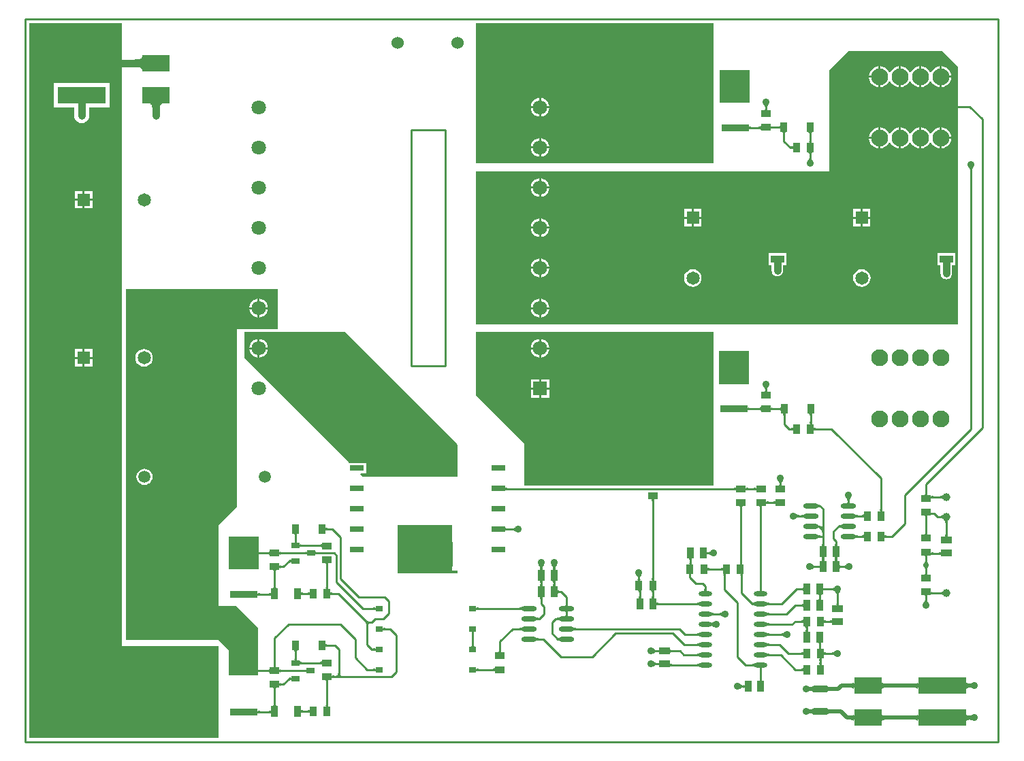
<source format=gtl>
G04*
G04 #@! TF.GenerationSoftware,Altium Limited,Altium Designer,18.1.7 (191)*
G04*
G04 Layer_Physical_Order=1*
G04 Layer_Color=255*
%FSLAX44Y44*%
%MOMM*%
G71*
G01*
G75*
%ADD14C,0.2540*%
%ADD19R,0.8500X1.3000*%
%ADD20R,1.3000X0.8500*%
%ADD21R,1.7000X0.9500*%
%ADD22O,1.6500X0.6000*%
%ADD23R,0.9500X1.3500*%
%ADD24R,0.9000X1.4000*%
%ADD25R,3.5000X0.9500*%
%ADD26R,8.2000X10.4500*%
%ADD27R,0.9100X1.2200*%
%ADD28R,1.1100X0.8000*%
%ADD29R,6.0000X2.0000*%
%ADD30R,3.5000X2.0000*%
%ADD31R,1.7800X0.7500*%
%ADD32R,6.3500X3.1700*%
%ADD33R,1.3500X0.9500*%
%ADD34R,0.9600X0.6600*%
%ADD35O,1.9000X0.6000*%
%ADD64C,0.9906*%
%ADD65C,0.5000*%
%ADD66C,0.9000*%
%ADD67C,1.6500*%
%ADD68R,1.6500X1.6500*%
%ADD69C,1.5240*%
%ADD70C,2.1000*%
%ADD71R,1.6500X1.6500*%
%ADD72R,1.8000X1.8000*%
%ADD73C,1.8000*%
%ADD74C,1.5000*%
%ADD75C,0.9000*%
%ADD76C,0.7000*%
G36*
X145061Y836000D02*
X144971Y836855D01*
X144700Y837620D01*
X144248Y838295D01*
X143616Y838880D01*
X142803Y839375D01*
X141810Y839780D01*
X140636Y840095D01*
X139282Y840320D01*
X137746Y840455D01*
X136031Y840500D01*
Y849500D01*
X137746Y849545D01*
X139282Y849680D01*
X140636Y849905D01*
X141810Y850220D01*
X142803Y850625D01*
X143616Y851120D01*
X144248Y851705D01*
X144700Y852380D01*
X144971Y853145D01*
X145061Y854000D01*
Y836000D01*
D02*
G37*
G36*
X900400Y795400D02*
X863400D01*
Y836350D01*
X900400D01*
Y795400D01*
D02*
G37*
G36*
X923793Y793017D02*
X923473Y792645D01*
X923191Y792270D01*
X922947Y791893D01*
X922740Y791514D01*
X922571Y791133D01*
X922439Y790749D01*
X922345Y790362D01*
X922289Y789974D01*
X922270Y789583D01*
X919730D01*
X919711Y789974D01*
X919655Y790362D01*
X919561Y790749D01*
X919429Y791133D01*
X919260Y791514D01*
X919053Y791893D01*
X918809Y792270D01*
X918527Y792645D01*
X918207Y793017D01*
X917850Y793386D01*
X924150D01*
X923793Y793017D01*
D02*
G37*
G36*
X922283Y788271D02*
X922321Y787834D01*
X922384Y787449D01*
X922473Y787114D01*
X922588Y786832D01*
X922727Y786600D01*
X922892Y786420D01*
X923083Y786292D01*
X923299Y786215D01*
X923540Y786189D01*
X918460D01*
X918701Y786215D01*
X918917Y786292D01*
X919108Y786420D01*
X919273Y786600D01*
X919413Y786832D01*
X919527Y787114D01*
X919616Y787449D01*
X919679Y787834D01*
X919717Y788271D01*
X919730Y788760D01*
X922270D01*
X922283Y788271D01*
D02*
G37*
G36*
X170645Y794940D02*
X169880Y794670D01*
X169205Y794221D01*
X168620Y793590D01*
X168125Y792781D01*
X167720Y791790D01*
X167405Y790620D01*
X167180Y789270D01*
X167045Y787740D01*
X167000Y786031D01*
X158000D01*
X157955Y787740D01*
X157820Y789270D01*
X157595Y790620D01*
X157280Y791790D01*
X156875Y792781D01*
X156380Y793590D01*
X155795Y794221D01*
X155120Y794670D01*
X154355Y794940D01*
X153500Y795031D01*
X171500D01*
X170645Y794940D01*
D02*
G37*
G36*
X938811Y762460D02*
X938785Y762701D01*
X938708Y762917D01*
X938580Y763108D01*
X938400Y763273D01*
X938168Y763412D01*
X937886Y763527D01*
X937551Y763616D01*
X937166Y763679D01*
X936729Y763717D01*
X936240Y763730D01*
Y766270D01*
X936729Y766283D01*
X937166Y766321D01*
X937551Y766384D01*
X937886Y766473D01*
X938168Y766588D01*
X938400Y766727D01*
X938580Y766892D01*
X938708Y767083D01*
X938785Y767299D01*
X938811Y767540D01*
Y762460D01*
D02*
G37*
G36*
X927465Y767299D02*
X927542Y767083D01*
X927670Y766892D01*
X927850Y766727D01*
X928082Y766588D01*
X928364Y766473D01*
X928699Y766384D01*
X929084Y766321D01*
X929521Y766283D01*
X930010Y766270D01*
Y763730D01*
X929521Y763717D01*
X929084Y763679D01*
X928699Y763616D01*
X928364Y763527D01*
X928082Y763412D01*
X927850Y763273D01*
X927670Y763108D01*
X927542Y762917D01*
X927465Y762701D01*
X927439Y762460D01*
Y767540D01*
X927465Y767299D01*
D02*
G37*
G36*
X914561Y762060D02*
X914535Y762301D01*
X914458Y762517D01*
X914330Y762708D01*
X914150Y762873D01*
X913918Y763012D01*
X913636Y763127D01*
X913301Y763216D01*
X912916Y763279D01*
X912479Y763317D01*
X911991Y763330D01*
Y765870D01*
X912479Y765883D01*
X912916Y765921D01*
X913301Y765984D01*
X913636Y766073D01*
X913918Y766188D01*
X914150Y766327D01*
X914330Y766492D01*
X914458Y766683D01*
X914535Y766899D01*
X914561Y767140D01*
Y762060D01*
D02*
G37*
G36*
X899965Y766899D02*
X900042Y766683D01*
X900170Y766492D01*
X900350Y766327D01*
X900582Y766188D01*
X900864Y766073D01*
X901199Y765984D01*
X901584Y765921D01*
X902021Y765883D01*
X902510Y765870D01*
Y763330D01*
X902021Y763317D01*
X901584Y763279D01*
X901199Y763216D01*
X900864Y763127D01*
X900582Y763012D01*
X900350Y762873D01*
X900170Y762708D01*
X900042Y762517D01*
X899965Y762301D01*
X899939Y762060D01*
Y767140D01*
X899965Y766899D01*
D02*
G37*
G36*
X978299Y758905D02*
X978083Y758829D01*
X977892Y758702D01*
X977727Y758524D01*
X977588Y758296D01*
X977473Y758016D01*
X977384Y757686D01*
X977321Y757305D01*
X977283Y756873D01*
X977270Y756391D01*
X974730D01*
X974717Y756873D01*
X974679Y757305D01*
X974616Y757686D01*
X974527Y758016D01*
X974413Y758296D01*
X974273Y758524D01*
X974108Y758702D01*
X973917Y758829D01*
X973701Y758905D01*
X973460Y758931D01*
X978540D01*
X978299Y758905D01*
D02*
G37*
G36*
X945599D02*
X945383Y758829D01*
X945192Y758702D01*
X945027Y758524D01*
X944887Y758296D01*
X944773Y758016D01*
X944684Y757686D01*
X944621Y757305D01*
X944583Y756873D01*
X944570Y756391D01*
X942030D01*
X942017Y756873D01*
X941979Y757305D01*
X941916Y757686D01*
X941827Y758016D01*
X941712Y758296D01*
X941573Y758524D01*
X941408Y758702D01*
X941217Y758829D01*
X941001Y758905D01*
X940760Y758931D01*
X945840D01*
X945599Y758905D01*
D02*
G37*
G36*
X977283Y748521D02*
X977321Y748084D01*
X977384Y747699D01*
X977473Y747364D01*
X977588Y747082D01*
X977727Y746850D01*
X977892Y746670D01*
X978083Y746542D01*
X978299Y746465D01*
X978540Y746439D01*
X973460D01*
X973701Y746465D01*
X973917Y746542D01*
X974108Y746670D01*
X974273Y746850D01*
X974413Y747082D01*
X974527Y747364D01*
X974616Y747699D01*
X974679Y748084D01*
X974717Y748521D01*
X974730Y749009D01*
X977270D01*
X977283Y748521D01*
D02*
G37*
G36*
X954811Y737460D02*
X954785Y737701D01*
X954708Y737917D01*
X954580Y738108D01*
X954400Y738273D01*
X954168Y738412D01*
X953886Y738527D01*
X953551Y738616D01*
X953166Y738679D01*
X952729Y738717D01*
X952241Y738730D01*
Y741270D01*
X952729Y741283D01*
X953166Y741321D01*
X953551Y741384D01*
X953886Y741473D01*
X954168Y741588D01*
X954400Y741727D01*
X954580Y741892D01*
X954708Y742083D01*
X954785Y742299D01*
X954811Y742540D01*
Y737460D01*
D02*
G37*
G36*
X978299Y733535D02*
X978083Y733458D01*
X977892Y733330D01*
X977727Y733150D01*
X977588Y732918D01*
X977473Y732636D01*
X977384Y732301D01*
X977321Y731916D01*
X977283Y731479D01*
X977270Y730991D01*
X974730D01*
X974717Y731479D01*
X974679Y731916D01*
X974616Y732301D01*
X974527Y732636D01*
X974413Y732918D01*
X974273Y733150D01*
X974108Y733330D01*
X973917Y733458D01*
X973701Y733535D01*
X973460Y733561D01*
X978540D01*
X978299Y733535D01*
D02*
G37*
G36*
X977289Y726626D02*
X977345Y726238D01*
X977439Y725851D01*
X977571Y725467D01*
X977740Y725086D01*
X977947Y724707D01*
X978191Y724330D01*
X978473Y723956D01*
X978793Y723583D01*
X979150Y723214D01*
X972850D01*
X973207Y723583D01*
X973527Y723956D01*
X973809Y724330D01*
X974053Y724707D01*
X974260Y725086D01*
X974429Y725467D01*
X974561Y725851D01*
X974655Y726238D01*
X974711Y726626D01*
X974730Y727017D01*
X977270D01*
X977289Y726626D01*
D02*
G37*
G36*
X856000Y720000D02*
X560000D01*
Y894902D01*
X856000D01*
Y720000D01*
D02*
G37*
G36*
X1178793Y715417D02*
X1178473Y715044D01*
X1178191Y714670D01*
X1177947Y714293D01*
X1177740Y713914D01*
X1177571Y713533D01*
X1177439Y713149D01*
X1177345Y712763D01*
X1177289Y712374D01*
X1177270Y711983D01*
X1174730D01*
X1174711Y712374D01*
X1174655Y712763D01*
X1174561Y713149D01*
X1174429Y713533D01*
X1174260Y713914D01*
X1174053Y714293D01*
X1173809Y714670D01*
X1173527Y715044D01*
X1173207Y715417D01*
X1172850Y715786D01*
X1179150D01*
X1178793Y715417D01*
D02*
G37*
G36*
X1140000Y860000D02*
X1160000Y840000D01*
Y520000D01*
X560000D01*
Y710000D01*
X1000000D01*
Y836500D01*
X1023500Y860000D01*
X1140000D01*
Y860000D01*
D02*
G37*
G36*
X314000Y564000D02*
X314000Y514000D01*
X263000Y514000D01*
Y293000D01*
X240000Y270000D01*
Y169000D01*
X262000D01*
X289000Y142000D01*
Y90700D01*
X289042Y90583D01*
X289170Y90392D01*
X289350Y90227D01*
X289582Y90087D01*
X289864Y89973D01*
X290199Y89884D01*
X290584Y89821D01*
X291021Y89783D01*
X291509Y89770D01*
Y87230D01*
X291021Y87217D01*
X290584Y87179D01*
X290199Y87116D01*
X289864Y87027D01*
X289582Y86912D01*
X289350Y86773D01*
X289170Y86608D01*
X289042Y86417D01*
X289000Y86300D01*
Y83000D01*
X253000D01*
Y114000D01*
X240000Y127000D01*
X125098D01*
Y564000D01*
X314000Y564000D01*
D02*
G37*
G36*
X899400Y445400D02*
X862400D01*
Y486350D01*
X899400D01*
Y445400D01*
D02*
G37*
G36*
X923793Y441817D02*
X923473Y441445D01*
X923191Y441070D01*
X922947Y440693D01*
X922740Y440314D01*
X922571Y439933D01*
X922439Y439549D01*
X922345Y439162D01*
X922289Y438774D01*
X922270Y438383D01*
X919730D01*
X919711Y438774D01*
X919655Y439162D01*
X919561Y439549D01*
X919429Y439933D01*
X919260Y440314D01*
X919053Y440693D01*
X918809Y441070D01*
X918527Y441445D01*
X918207Y441817D01*
X917850Y442186D01*
X924150D01*
X923793Y441817D01*
D02*
G37*
G36*
X922283Y437871D02*
X922321Y437434D01*
X922384Y437049D01*
X922473Y436714D01*
X922588Y436432D01*
X922727Y436200D01*
X922892Y436020D01*
X923083Y435892D01*
X923299Y435815D01*
X923540Y435789D01*
X918460D01*
X918701Y435815D01*
X918917Y435892D01*
X919108Y436020D01*
X919273Y436200D01*
X919413Y436432D01*
X919527Y436714D01*
X919616Y437049D01*
X919679Y437434D01*
X919717Y437871D01*
X919730Y438359D01*
X922270D01*
X922283Y437871D01*
D02*
G37*
G36*
X939311Y412060D02*
X939285Y412301D01*
X939208Y412517D01*
X939080Y412708D01*
X938900Y412873D01*
X938668Y413013D01*
X938386Y413127D01*
X938051Y413216D01*
X937666Y413279D01*
X937229Y413317D01*
X936740Y413330D01*
Y415870D01*
X937229Y415883D01*
X937666Y415921D01*
X938051Y415984D01*
X938386Y416073D01*
X938668Y416188D01*
X938900Y416327D01*
X939080Y416492D01*
X939208Y416683D01*
X939285Y416899D01*
X939311Y417140D01*
Y412060D01*
D02*
G37*
G36*
X927465Y416899D02*
X927542Y416683D01*
X927670Y416492D01*
X927850Y416327D01*
X928082Y416188D01*
X928364Y416073D01*
X928699Y415984D01*
X929084Y415921D01*
X929521Y415883D01*
X930010Y415870D01*
Y413330D01*
X929521Y413317D01*
X929084Y413279D01*
X928699Y413216D01*
X928364Y413127D01*
X928082Y413013D01*
X927850Y412873D01*
X927670Y412708D01*
X927542Y412517D01*
X927465Y412301D01*
X927439Y412060D01*
Y417140D01*
X927465Y416899D01*
D02*
G37*
G36*
X914561Y412060D02*
X914535Y412301D01*
X914458Y412517D01*
X914330Y412708D01*
X914150Y412873D01*
X913918Y413013D01*
X913636Y413127D01*
X913301Y413216D01*
X912916Y413279D01*
X912479Y413317D01*
X911991Y413330D01*
Y415870D01*
X912479Y415883D01*
X912916Y415921D01*
X913301Y415984D01*
X913636Y416073D01*
X913918Y416188D01*
X914150Y416327D01*
X914330Y416492D01*
X914458Y416683D01*
X914535Y416899D01*
X914561Y417140D01*
Y412060D01*
D02*
G37*
G36*
X898965Y416899D02*
X899042Y416683D01*
X899170Y416492D01*
X899350Y416327D01*
X899582Y416188D01*
X899864Y416073D01*
X900199Y415984D01*
X900584Y415921D01*
X901021Y415883D01*
X901509Y415870D01*
Y413330D01*
X901021Y413317D01*
X900584Y413279D01*
X900199Y413216D01*
X899864Y413127D01*
X899582Y413013D01*
X899350Y412873D01*
X899170Y412708D01*
X899042Y412517D01*
X898965Y412301D01*
X898939Y412060D01*
Y417140D01*
X898965Y416899D01*
D02*
G37*
G36*
X978799Y408505D02*
X978583Y408429D01*
X978392Y408302D01*
X978227Y408124D01*
X978087Y407896D01*
X977973Y407616D01*
X977884Y407286D01*
X977821Y406905D01*
X977783Y406473D01*
X977770Y405990D01*
X975230D01*
X975217Y406473D01*
X975179Y406905D01*
X975116Y407286D01*
X975027Y407616D01*
X974912Y407896D01*
X974773Y408124D01*
X974608Y408302D01*
X974417Y408429D01*
X974201Y408505D01*
X973960Y408531D01*
X979040D01*
X978799Y408505D01*
D02*
G37*
G36*
X946099D02*
X945883Y408429D01*
X945692Y408302D01*
X945527Y408124D01*
X945387Y407896D01*
X945273Y407616D01*
X945184Y407286D01*
X945121Y406905D01*
X945083Y406473D01*
X945070Y405990D01*
X942530D01*
X942517Y406473D01*
X942479Y406905D01*
X942416Y407286D01*
X942327Y407616D01*
X942213Y407896D01*
X942073Y408124D01*
X941908Y408302D01*
X941717Y408429D01*
X941501Y408505D01*
X941260Y408531D01*
X946340D01*
X946099Y408505D01*
D02*
G37*
G36*
X977783Y398121D02*
X977821Y397684D01*
X977884Y397299D01*
X977973Y396964D01*
X978087Y396682D01*
X978227Y396450D01*
X978392Y396270D01*
X978583Y396142D01*
X978799Y396065D01*
X979040Y396039D01*
X973960D01*
X974201Y396065D01*
X974417Y396142D01*
X974608Y396270D01*
X974773Y396450D01*
X974912Y396682D01*
X975027Y396964D01*
X975116Y397299D01*
X975179Y397684D01*
X975217Y398121D01*
X975230Y398610D01*
X977770D01*
X977783Y398121D01*
D02*
G37*
G36*
X980245Y391899D02*
X980321Y391683D01*
X980448Y391492D01*
X980626Y391327D01*
X980855Y391188D01*
X981134Y391073D01*
X981464Y390984D01*
X981845Y390921D01*
X982277Y390883D01*
X982760Y390870D01*
Y388330D01*
X982277Y388317D01*
X981845Y388279D01*
X981464Y388216D01*
X981134Y388127D01*
X980855Y388013D01*
X980626Y387873D01*
X980448Y387708D01*
X980321Y387517D01*
X980245Y387301D01*
X980220Y387060D01*
Y392140D01*
X980245Y391899D01*
D02*
G37*
G36*
X954811Y387060D02*
X954785Y387301D01*
X954708Y387517D01*
X954580Y387708D01*
X954400Y387873D01*
X954168Y388013D01*
X953886Y388127D01*
X953551Y388216D01*
X953166Y388279D01*
X952729Y388317D01*
X952241Y388330D01*
Y390870D01*
X952729Y390883D01*
X953166Y390921D01*
X953551Y390984D01*
X953886Y391073D01*
X954168Y391188D01*
X954400Y391327D01*
X954580Y391492D01*
X954708Y391683D01*
X954785Y391899D01*
X954811Y392140D01*
Y387060D01*
D02*
G37*
G36*
X537500Y370000D02*
Y330000D01*
X420000D01*
X416663Y333337D01*
X417149Y334510D01*
X423690D01*
Y347090D01*
X402910D01*
X272100Y477900D01*
Y510000D01*
X397500D01*
X537500Y370000D01*
D02*
G37*
G36*
X941793Y324667D02*
X941473Y324295D01*
X941191Y323920D01*
X940947Y323543D01*
X940740Y323164D01*
X940571Y322783D01*
X940439Y322399D01*
X940345Y322012D01*
X940289Y321624D01*
X940279Y321418D01*
X940283Y321271D01*
X940321Y320834D01*
X940384Y320449D01*
X940473Y320114D01*
X940587Y319832D01*
X940727Y319600D01*
X940892Y319420D01*
X941083Y319292D01*
X941299Y319215D01*
X941540Y319189D01*
X936460D01*
X936701Y319215D01*
X936917Y319292D01*
X937108Y319420D01*
X937273Y319600D01*
X937412Y319832D01*
X937527Y320114D01*
X937616Y320449D01*
X937679Y320834D01*
X937717Y321271D01*
X937721Y321418D01*
X937711Y321624D01*
X937655Y322012D01*
X937561Y322399D01*
X937429Y322783D01*
X937260Y323164D01*
X937053Y323543D01*
X936809Y323920D01*
X936527Y324295D01*
X936207Y324667D01*
X935850Y325036D01*
X942150D01*
X941793Y324667D01*
D02*
G37*
G36*
X856000Y318885D02*
X620000D01*
Y371600D01*
X560000Y431600D01*
Y510000D01*
X856000D01*
Y318885D01*
D02*
G37*
G36*
X908561Y312460D02*
X908535Y312701D01*
X908458Y312917D01*
X908330Y313108D01*
X908150Y313273D01*
X907918Y313412D01*
X907636Y313527D01*
X907301Y313616D01*
X906916Y313679D01*
X906479Y313717D01*
X905991Y313730D01*
Y316270D01*
X906479Y316283D01*
X906916Y316321D01*
X907301Y316384D01*
X907636Y316473D01*
X907918Y316588D01*
X908150Y316727D01*
X908330Y316892D01*
X908458Y317083D01*
X908535Y317299D01*
X908561Y317540D01*
Y312460D01*
D02*
G37*
G36*
X896465Y317299D02*
X896542Y317083D01*
X896670Y316892D01*
X896850Y316727D01*
X897082Y316588D01*
X897364Y316473D01*
X897699Y316384D01*
X898084Y316321D01*
X898521Y316283D01*
X899009Y316270D01*
Y313730D01*
X898521Y313717D01*
X898084Y313679D01*
X897699Y313616D01*
X897364Y313527D01*
X897082Y313412D01*
X896850Y313273D01*
X896670Y313108D01*
X896542Y312917D01*
X896465Y312701D01*
X896439Y312460D01*
Y317540D01*
X896465Y317299D01*
D02*
G37*
G36*
X883561Y312460D02*
X883535Y312701D01*
X883458Y312917D01*
X883330Y313108D01*
X883150Y313273D01*
X882918Y313412D01*
X882636Y313527D01*
X882301Y313616D01*
X881916Y313679D01*
X881479Y313717D01*
X880991Y313730D01*
Y316270D01*
X881479Y316283D01*
X881916Y316321D01*
X882301Y316384D01*
X882636Y316473D01*
X882918Y316588D01*
X883150Y316727D01*
X883330Y316892D01*
X883458Y317083D01*
X883535Y317299D01*
X883561Y317540D01*
Y312460D01*
D02*
G37*
G36*
X596615Y317299D02*
X596692Y317083D01*
X596820Y316892D01*
X597000Y316727D01*
X597232Y316588D01*
X597514Y316473D01*
X597849Y316384D01*
X598234Y316321D01*
X598671Y316283D01*
X599160Y316270D01*
Y313730D01*
X598671Y313717D01*
X598234Y313679D01*
X597849Y313616D01*
X597514Y313527D01*
X597232Y313412D01*
X597000Y313273D01*
X596820Y313108D01*
X596692Y312917D01*
X596615Y312701D01*
X596589Y312460D01*
Y317540D01*
X596615Y317299D01*
D02*
G37*
G36*
X1121283Y309277D02*
X1121321Y308845D01*
X1121384Y308464D01*
X1121473Y308134D01*
X1121588Y307854D01*
X1121727Y307626D01*
X1121892Y307448D01*
X1122083Y307321D01*
X1122299Y307245D01*
X1122540Y307220D01*
X1117460D01*
X1117701Y307245D01*
X1117917Y307321D01*
X1118108Y307448D01*
X1118273Y307626D01*
X1118412Y307854D01*
X1118527Y308134D01*
X1118616Y308464D01*
X1118679Y308845D01*
X1118717Y309277D01*
X1118730Y309760D01*
X1121270D01*
X1121283Y309277D01*
D02*
G37*
G36*
X1140748Y302460D02*
X1140581Y302701D01*
X1140382Y302917D01*
X1140153Y303108D01*
X1139892Y303273D01*
X1139600Y303412D01*
X1139277Y303527D01*
X1138922Y303616D01*
X1138537Y303679D01*
X1138120Y303717D01*
X1137673Y303730D01*
Y306270D01*
X1138120Y306283D01*
X1138537Y306321D01*
X1138922Y306384D01*
X1139277Y306473D01*
X1139600Y306588D01*
X1139892Y306727D01*
X1140153Y306892D01*
X1140382Y307083D01*
X1140581Y307299D01*
X1140748Y307540D01*
Y302460D01*
D02*
G37*
G36*
X1126495Y307039D02*
X1126571Y306878D01*
X1126698Y306735D01*
X1126876Y306612D01*
X1127104Y306507D01*
X1127384Y306422D01*
X1127714Y306355D01*
X1128095Y306308D01*
X1128527Y306280D01*
X1129009Y306270D01*
Y303730D01*
X1128523Y303717D01*
X1128087Y303679D01*
X1127702Y303616D01*
X1127368Y303527D01*
X1127086Y303412D01*
X1126854Y303273D01*
X1126674Y303108D01*
X1126544Y302917D01*
X1126466Y302701D01*
X1126439Y302460D01*
X1126469Y307220D01*
X1126495Y307039D01*
D02*
G37*
G36*
X1026293Y303417D02*
X1025973Y303044D01*
X1025691Y302670D01*
X1025447Y302293D01*
X1025240Y301914D01*
X1025071Y301533D01*
X1024939Y301149D01*
X1024845Y300763D01*
X1024789Y300374D01*
X1024770Y299983D01*
X1022230D01*
X1022211Y300374D01*
X1022155Y300763D01*
X1022061Y301149D01*
X1021929Y301533D01*
X1021760Y301914D01*
X1021553Y302293D01*
X1021309Y302670D01*
X1021027Y303044D01*
X1020707Y303417D01*
X1020350Y303786D01*
X1026650D01*
X1026293Y303417D01*
D02*
G37*
G36*
X782299Y302285D02*
X782083Y302208D01*
X781892Y302080D01*
X781727Y301900D01*
X781588Y301668D01*
X781473Y301386D01*
X781384Y301051D01*
X781321Y300666D01*
X781283Y300229D01*
X781270Y299741D01*
X778730D01*
X778717Y300229D01*
X778679Y300666D01*
X778616Y301051D01*
X778527Y301386D01*
X778412Y301668D01*
X778273Y301900D01*
X778108Y302080D01*
X777917Y302208D01*
X777701Y302285D01*
X777460Y302311D01*
X782540D01*
X782299Y302285D01*
D02*
G37*
G36*
X1024783Y299097D02*
X1024821Y298660D01*
X1024884Y298274D01*
X1024973Y297940D01*
X1025088Y297657D01*
X1025227Y297426D01*
X1025392Y297246D01*
X1025583Y297118D01*
X1025799Y297040D01*
X1026040Y297015D01*
X1020960D01*
X1021201Y297040D01*
X1021417Y297118D01*
X1021608Y297246D01*
X1021773Y297426D01*
X1021913Y297657D01*
X1022027Y297940D01*
X1022116Y298274D01*
X1022179Y298660D01*
X1022217Y299097D01*
X1022230Y299585D01*
X1024770D01*
X1024783Y299097D01*
D02*
G37*
G36*
X932561Y295460D02*
X932535Y295701D01*
X932458Y295917D01*
X932330Y296108D01*
X932150Y296273D01*
X931918Y296413D01*
X931636Y296527D01*
X931301Y296616D01*
X930916Y296679D01*
X930479Y296717D01*
X929990Y296730D01*
Y299270D01*
X930479Y299283D01*
X930916Y299321D01*
X931301Y299384D01*
X931636Y299473D01*
X931918Y299587D01*
X932150Y299727D01*
X932330Y299892D01*
X932458Y300083D01*
X932535Y300299D01*
X932561Y300540D01*
Y295460D01*
D02*
G37*
G36*
X921465Y300299D02*
X921542Y300083D01*
X921670Y299892D01*
X921850Y299727D01*
X922082Y299587D01*
X922364Y299473D01*
X922699Y299384D01*
X923084Y299321D01*
X923521Y299283D01*
X924009Y299270D01*
Y296730D01*
X923521Y296717D01*
X923084Y296679D01*
X922699Y296616D01*
X922364Y296527D01*
X922082Y296413D01*
X921850Y296273D01*
X921670Y296108D01*
X921542Y295917D01*
X921465Y295701D01*
X921439Y295460D01*
Y300540D01*
X921465Y300299D01*
D02*
G37*
G36*
X985246Y295860D02*
X985328Y295746D01*
X985465Y295646D01*
X985656Y295560D01*
X985902Y295487D01*
X986202Y295427D01*
X986557Y295380D01*
X987431Y295327D01*
X987950Y295320D01*
Y292780D01*
X987431Y292773D01*
X986202Y292673D01*
X985902Y292613D01*
X985656Y292540D01*
X985465Y292453D01*
X985328Y292354D01*
X985246Y292240D01*
X985219Y292114D01*
Y295986D01*
X985246Y295860D01*
D02*
G37*
G36*
X892299Y293755D02*
X892083Y293679D01*
X891892Y293552D01*
X891727Y293374D01*
X891588Y293146D01*
X891473Y292866D01*
X891384Y292536D01*
X891321Y292155D01*
X891283Y291723D01*
X891270Y291241D01*
X888730D01*
X888717Y291723D01*
X888679Y292155D01*
X888616Y292536D01*
X888527Y292866D01*
X888412Y293146D01*
X888273Y293374D01*
X888108Y293552D01*
X887917Y293679D01*
X887701Y293755D01*
X887460Y293780D01*
X892540D01*
X892299Y293755D01*
D02*
G37*
G36*
X916799Y293785D02*
X916583Y293708D01*
X916392Y293580D01*
X916227Y293400D01*
X916087Y293168D01*
X915973Y292886D01*
X915884Y292551D01*
X915821Y292166D01*
X915783Y291729D01*
X915770Y291241D01*
X913230D01*
X913217Y291729D01*
X913179Y292166D01*
X913116Y292551D01*
X913027Y292886D01*
X912913Y293168D01*
X912773Y293400D01*
X912608Y293580D01*
X912417Y293708D01*
X912201Y293785D01*
X911960Y293811D01*
X917040D01*
X916799Y293785D01*
D02*
G37*
G36*
X1065283Y289521D02*
X1065321Y289084D01*
X1065384Y288699D01*
X1065473Y288364D01*
X1065587Y288082D01*
X1065727Y287850D01*
X1065892Y287670D01*
X1066083Y287542D01*
X1066299Y287465D01*
X1066540Y287439D01*
X1061460D01*
X1061701Y287465D01*
X1061917Y287542D01*
X1062108Y287670D01*
X1062273Y287850D01*
X1062412Y288082D01*
X1062527Y288364D01*
X1062616Y288699D01*
X1062679Y289084D01*
X1062717Y289521D01*
X1062730Y290009D01*
X1065270D01*
X1065283Y289521D01*
D02*
G37*
G36*
X1126466Y286299D02*
X1126544Y286083D01*
X1126674Y285892D01*
X1126854Y285727D01*
X1127086Y285588D01*
X1127368Y285473D01*
X1127702Y285384D01*
X1128087Y285321D01*
X1128523Y285283D01*
X1129009Y285270D01*
Y282730D01*
X1128527Y282721D01*
X1127714Y282645D01*
X1127384Y282578D01*
X1127104Y282493D01*
X1126876Y282388D01*
X1126698Y282265D01*
X1126571Y282122D01*
X1126495Y281961D01*
X1126469Y281780D01*
X1126439Y286540D01*
X1126466Y286299D01*
D02*
G37*
G36*
X1122299Y281785D02*
X1122083Y281708D01*
X1121892Y281580D01*
X1121727Y281400D01*
X1121588Y281168D01*
X1121473Y280886D01*
X1121384Y280551D01*
X1121321Y280166D01*
X1121283Y279729D01*
X1121270Y279240D01*
X1118730D01*
X1118717Y279729D01*
X1118679Y280166D01*
X1118616Y280551D01*
X1118527Y280886D01*
X1118412Y281168D01*
X1118273Y281400D01*
X1118108Y281580D01*
X1117917Y281708D01*
X1117701Y281785D01*
X1117460Y281811D01*
X1122540D01*
X1122299Y281785D01*
D02*
G37*
G36*
X1031586Y283629D02*
X1031696Y283417D01*
X1031880Y283230D01*
X1032138Y283069D01*
X1032469Y282931D01*
X1032874Y282819D01*
X1033352Y282732D01*
X1033904Y282670D01*
X1034529Y282633D01*
X1035228Y282620D01*
Y280080D01*
X1034529Y280068D01*
X1033352Y279968D01*
X1032874Y279881D01*
X1032469Y279769D01*
X1032138Y279632D01*
X1031880Y279470D01*
X1031696Y279283D01*
X1031586Y279071D01*
X1031549Y278834D01*
Y283866D01*
X1031586Y283629D01*
D02*
G37*
G36*
X968451Y278834D02*
X968414Y279071D01*
X968304Y279283D01*
X968120Y279470D01*
X967862Y279632D01*
X967531Y279769D01*
X967126Y279881D01*
X966648Y279968D01*
X966096Y280030D01*
X965471Y280068D01*
X964772Y280080D01*
Y282620D01*
X965471Y282633D01*
X966648Y282732D01*
X967126Y282819D01*
X967531Y282931D01*
X967862Y283069D01*
X968120Y283230D01*
X968304Y283417D01*
X968414Y283629D01*
X968451Y283866D01*
Y278834D01*
D02*
G37*
G36*
X1042781Y278810D02*
X1042755Y279051D01*
X1042679Y279267D01*
X1042552Y279458D01*
X1042374Y279623D01*
X1042145Y279762D01*
X1041866Y279877D01*
X1041536Y279966D01*
X1041155Y280029D01*
X1040723Y280067D01*
X1040240Y280080D01*
Y282620D01*
X1040723Y282633D01*
X1041155Y282671D01*
X1041536Y282734D01*
X1041866Y282823D01*
X1042145Y282938D01*
X1042374Y283077D01*
X1042552Y283242D01*
X1042679Y283433D01*
X1042755Y283649D01*
X1042781Y283890D01*
Y278810D01*
D02*
G37*
G36*
X958583Y284143D02*
X958956Y283823D01*
X959330Y283541D01*
X959707Y283297D01*
X960086Y283090D01*
X960467Y282921D01*
X960851Y282789D01*
X961237Y282695D01*
X961626Y282639D01*
X962017Y282620D01*
Y280080D01*
X961626Y280061D01*
X961237Y280005D01*
X960851Y279911D01*
X960467Y279779D01*
X960086Y279610D01*
X959707Y279403D01*
X959330Y279159D01*
X958956Y278877D01*
X958583Y278557D01*
X958214Y278200D01*
Y284500D01*
X958583Y284143D01*
D02*
G37*
G36*
X1140748Y277460D02*
X1140581Y277701D01*
X1140382Y277917D01*
X1140153Y278108D01*
X1139892Y278273D01*
X1139600Y278412D01*
X1139277Y278527D01*
X1138922Y278616D01*
X1138537Y278679D01*
X1138120Y278717D01*
X1137673Y278730D01*
Y281270D01*
X1138120Y281283D01*
X1138537Y281321D01*
X1138922Y281384D01*
X1139277Y281473D01*
X1139600Y281588D01*
X1139892Y281727D01*
X1140153Y281892D01*
X1140382Y282083D01*
X1140581Y282299D01*
X1140748Y282540D01*
Y277460D01*
D02*
G37*
G36*
X1147299Y275581D02*
X1147083Y275382D01*
X1146892Y275152D01*
X1146727Y274892D01*
X1146588Y274600D01*
X1146473Y274277D01*
X1146384Y273922D01*
X1146321Y273537D01*
X1146283Y273120D01*
X1146270Y272673D01*
X1143730D01*
X1143717Y273120D01*
X1143679Y273537D01*
X1143616Y273922D01*
X1143527Y274277D01*
X1143412Y274600D01*
X1143273Y274892D01*
X1143108Y275152D01*
X1142917Y275382D01*
X1142701Y275581D01*
X1142460Y275748D01*
X1147540D01*
X1147299Y275581D01*
D02*
G37*
G36*
X993270Y263600D02*
X990730Y260534D01*
X990712Y261035D01*
X990658Y261520D01*
X990568Y261991D01*
X990443Y262447D01*
X990281Y262888D01*
X990083Y263314D01*
X989850Y263725D01*
X989581Y264122D01*
X989275Y264503D01*
X988934Y264870D01*
Y268462D01*
X989275Y268146D01*
X989581Y267917D01*
X989850Y267775D01*
X990083Y267719D01*
X990281Y267750D01*
X990443Y267868D01*
X990568Y268072D01*
X990658Y268363D01*
X990712Y268741D01*
X990730Y269206D01*
X993270Y263600D01*
D02*
G37*
G36*
X1015210Y266319D02*
X1015175Y266521D01*
X1015072Y266701D01*
X1014900Y266860D01*
X1014660Y266998D01*
X1014350Y267115D01*
X1013972Y267210D01*
X1013525Y267285D01*
X1013009Y267338D01*
X1011772Y267380D01*
Y269920D01*
X1012425Y269931D01*
X1013525Y270016D01*
X1013972Y270090D01*
X1014350Y270185D01*
X1014660Y270302D01*
X1014900Y270440D01*
X1015072Y270599D01*
X1015175Y270779D01*
X1015210Y270981D01*
Y266319D01*
D02*
G37*
G36*
X373315Y267299D02*
X373392Y267083D01*
X373520Y266892D01*
X373700Y266727D01*
X373932Y266588D01*
X374214Y266473D01*
X374549Y266384D01*
X374934Y266321D01*
X375371Y266283D01*
X375859Y266270D01*
Y263730D01*
X375371Y263717D01*
X374934Y263679D01*
X374549Y263616D01*
X374214Y263527D01*
X373932Y263412D01*
X373700Y263273D01*
X373520Y263108D01*
X373392Y262917D01*
X373315Y262701D01*
X373289Y262460D01*
Y267540D01*
X373315Y267299D01*
D02*
G37*
G36*
X596615Y266899D02*
X596692Y266683D01*
X596820Y266492D01*
X597000Y266327D01*
X597232Y266187D01*
X597514Y266073D01*
X597849Y265984D01*
X598234Y265921D01*
X598671Y265883D01*
X599160Y265870D01*
Y263330D01*
X598671Y263317D01*
X598234Y263279D01*
X597849Y263216D01*
X597514Y263127D01*
X597232Y263013D01*
X597000Y262873D01*
X596820Y262708D01*
X596692Y262517D01*
X596615Y262301D01*
X596589Y262060D01*
Y267140D01*
X596615Y266899D01*
D02*
G37*
G36*
X609786Y261450D02*
X609417Y261807D01*
X609044Y262127D01*
X608670Y262409D01*
X608293Y262653D01*
X607914Y262860D01*
X607533Y263029D01*
X607149Y263161D01*
X606763Y263255D01*
X606374Y263311D01*
X605983Y263330D01*
Y265870D01*
X606374Y265889D01*
X606763Y265945D01*
X607149Y266039D01*
X607533Y266171D01*
X607914Y266340D01*
X608293Y266547D01*
X608670Y266791D01*
X609044Y267073D01*
X609417Y267393D01*
X609786Y267750D01*
Y261450D01*
D02*
G37*
G36*
X1121283Y259777D02*
X1121321Y259345D01*
X1121384Y258964D01*
X1121473Y258634D01*
X1121588Y258354D01*
X1121727Y258126D01*
X1121892Y257948D01*
X1122083Y257821D01*
X1122299Y257745D01*
X1122540Y257719D01*
X1117460D01*
X1117701Y257745D01*
X1117917Y257821D01*
X1118108Y257948D01*
X1118273Y258126D01*
X1118412Y258354D01*
X1118527Y258634D01*
X1118616Y258964D01*
X1118679Y259345D01*
X1118717Y259777D01*
X1118730Y260259D01*
X1121270D01*
X1121283Y259777D01*
D02*
G37*
G36*
X338399Y258935D02*
X338183Y258858D01*
X337992Y258730D01*
X337827Y258550D01*
X337687Y258318D01*
X337573Y258036D01*
X337484Y257701D01*
X337421Y257316D01*
X337383Y256879D01*
X337370Y256390D01*
X334830D01*
X334817Y256879D01*
X334779Y257316D01*
X334716Y257701D01*
X334627Y258036D01*
X334512Y258318D01*
X334373Y258550D01*
X334208Y258730D01*
X334017Y258858D01*
X333801Y258935D01*
X333560Y258961D01*
X338640D01*
X338399Y258935D01*
D02*
G37*
G36*
X1146283Y257777D02*
X1146321Y257345D01*
X1146384Y256964D01*
X1146473Y256634D01*
X1146588Y256355D01*
X1146727Y256126D01*
X1146892Y255948D01*
X1147083Y255821D01*
X1147299Y255745D01*
X1147540Y255720D01*
X1142460D01*
X1142701Y255745D01*
X1142917Y255821D01*
X1143108Y255948D01*
X1143273Y256126D01*
X1143412Y256355D01*
X1143527Y256634D01*
X1143616Y256964D01*
X1143679Y257345D01*
X1143717Y257777D01*
X1143730Y258260D01*
X1146270D01*
X1146283Y257777D01*
D02*
G37*
G36*
X1031586Y258229D02*
X1031696Y258017D01*
X1031880Y257831D01*
X1032138Y257668D01*
X1032469Y257532D01*
X1032874Y257419D01*
X1033352Y257332D01*
X1033904Y257270D01*
X1034529Y257232D01*
X1035228Y257220D01*
Y254680D01*
X1034529Y254668D01*
X1033352Y254568D01*
X1032874Y254481D01*
X1032469Y254369D01*
X1032138Y254231D01*
X1031880Y254069D01*
X1031696Y253883D01*
X1031586Y253671D01*
X1031549Y253434D01*
Y258466D01*
X1031586Y258229D01*
D02*
G37*
G36*
X984586D02*
X984696Y258017D01*
X984880Y257831D01*
X985138Y257668D01*
X985469Y257532D01*
X985874Y257419D01*
X986352Y257332D01*
X986904Y257270D01*
X987529Y257232D01*
X988228Y257220D01*
Y254680D01*
X987529Y254668D01*
X986352Y254568D01*
X985874Y254481D01*
X985469Y254369D01*
X985138Y254231D01*
X984880Y254069D01*
X984696Y253883D01*
X984586Y253671D01*
X984549Y253434D01*
Y258466D01*
X984586Y258229D01*
D02*
G37*
G36*
X1068215Y258249D02*
X1068292Y258033D01*
X1068420Y257842D01*
X1068600Y257677D01*
X1068832Y257537D01*
X1069114Y257423D01*
X1069449Y257334D01*
X1069834Y257271D01*
X1070271Y257233D01*
X1070760Y257220D01*
Y254680D01*
X1070271Y254667D01*
X1069834Y254629D01*
X1069449Y254566D01*
X1069114Y254477D01*
X1068832Y254363D01*
X1068600Y254223D01*
X1068420Y254058D01*
X1068292Y253867D01*
X1068215Y253651D01*
X1068189Y253410D01*
Y258490D01*
X1068215Y258249D01*
D02*
G37*
G36*
X1042781Y253410D02*
X1042755Y253651D01*
X1042679Y253867D01*
X1042552Y254058D01*
X1042374Y254223D01*
X1042145Y254363D01*
X1041866Y254477D01*
X1041536Y254566D01*
X1041155Y254629D01*
X1040723Y254667D01*
X1040240Y254680D01*
Y257220D01*
X1040723Y257233D01*
X1041155Y257271D01*
X1041536Y257334D01*
X1041866Y257423D01*
X1042145Y257537D01*
X1042374Y257677D01*
X1042552Y257842D01*
X1042679Y258033D01*
X1042755Y258249D01*
X1042781Y258490D01*
Y253410D01*
D02*
G37*
G36*
X337383Y250521D02*
X337421Y250084D01*
X337484Y249699D01*
X337573Y249364D01*
X337687Y249082D01*
X337827Y248850D01*
X337992Y248670D01*
X338183Y248542D01*
X338399Y248465D01*
X338640Y248439D01*
X333560D01*
X333801Y248465D01*
X334017Y248542D01*
X334208Y248670D01*
X334373Y248850D01*
X334512Y249082D01*
X334627Y249364D01*
X334716Y249699D01*
X334779Y250084D01*
X334817Y250521D01*
X334830Y251010D01*
X337370D01*
X337383Y250521D01*
D02*
G37*
G36*
X1009283Y245771D02*
X1009321Y245334D01*
X1009384Y244949D01*
X1009473Y244614D01*
X1009587Y244332D01*
X1009727Y244100D01*
X1009892Y243920D01*
X1010083Y243792D01*
X1010299Y243715D01*
X1010540Y243689D01*
X1005460D01*
X1005701Y243715D01*
X1005917Y243792D01*
X1006108Y243920D01*
X1006273Y244100D01*
X1006413Y244332D01*
X1006527Y244614D01*
X1006616Y244949D01*
X1006679Y245334D01*
X1006717Y245771D01*
X1006730Y246259D01*
X1009270D01*
X1009283Y245771D01*
D02*
G37*
G36*
X993283D02*
X993321Y245334D01*
X993384Y244949D01*
X993473Y244614D01*
X993587Y244332D01*
X993727Y244100D01*
X993892Y243920D01*
X994083Y243792D01*
X994299Y243715D01*
X994540Y243689D01*
X989460D01*
X989701Y243715D01*
X989917Y243792D01*
X990108Y243920D01*
X990273Y244100D01*
X990413Y244332D01*
X990527Y244614D01*
X990616Y244949D01*
X990679Y245334D01*
X990717Y245771D01*
X990730Y246259D01*
X993270D01*
X993283Y245771D01*
D02*
G37*
G36*
X368561Y241960D02*
X368535Y242201D01*
X368458Y242417D01*
X368330Y242608D01*
X368150Y242773D01*
X367918Y242913D01*
X367636Y243027D01*
X367301Y243116D01*
X366916Y243179D01*
X366479Y243217D01*
X365990Y243230D01*
Y245770D01*
X366479Y245783D01*
X366916Y245821D01*
X367301Y245884D01*
X367636Y245973D01*
X367918Y246087D01*
X368150Y246227D01*
X368330Y246392D01*
X368458Y246583D01*
X368535Y246799D01*
X368561Y247040D01*
Y241960D01*
D02*
G37*
G36*
X341615Y246799D02*
X341692Y246583D01*
X341820Y246392D01*
X342000Y246227D01*
X342232Y246087D01*
X342514Y245973D01*
X342849Y245884D01*
X343234Y245821D01*
X343671Y245783D01*
X344160Y245770D01*
Y243230D01*
X343671Y243217D01*
X343234Y243179D01*
X342849Y243116D01*
X342514Y243027D01*
X342232Y242913D01*
X342000Y242773D01*
X341820Y242608D01*
X341692Y242417D01*
X341615Y242201D01*
X341589Y241960D01*
Y247040D01*
X341615Y246799D01*
D02*
G37*
G36*
X852786Y231850D02*
X852417Y232207D01*
X852045Y232527D01*
X851670Y232809D01*
X851293Y233053D01*
X850914Y233260D01*
X850533Y233429D01*
X850149Y233561D01*
X849762Y233655D01*
X849497Y233693D01*
X849334Y233679D01*
X848949Y233616D01*
X848614Y233527D01*
X848332Y233412D01*
X848100Y233273D01*
X847920Y233108D01*
X847792Y232917D01*
X847715Y232701D01*
X847689Y232460D01*
Y237540D01*
X847715Y237299D01*
X847792Y237083D01*
X847920Y236892D01*
X848100Y236727D01*
X848332Y236588D01*
X848614Y236473D01*
X848949Y236384D01*
X849334Y236321D01*
X849497Y236307D01*
X849762Y236345D01*
X850149Y236439D01*
X850533Y236571D01*
X850914Y236740D01*
X851293Y236947D01*
X851670Y237191D01*
X852045Y237473D01*
X852417Y237793D01*
X852786Y238150D01*
Y231850D01*
D02*
G37*
G36*
X360515Y237359D02*
X360592Y237143D01*
X360720Y236952D01*
X360900Y236787D01*
X361132Y236647D01*
X361414Y236533D01*
X361749Y236444D01*
X362134Y236381D01*
X362571Y236343D01*
X363060Y236330D01*
Y233790D01*
X362571Y233777D01*
X362134Y233739D01*
X361749Y233676D01*
X361414Y233587D01*
X361132Y233472D01*
X360900Y233333D01*
X360720Y233168D01*
X360592Y232977D01*
X360515Y232761D01*
X360489Y232520D01*
Y237600D01*
X360515Y237359D01*
D02*
G37*
G36*
X349481Y232460D02*
X349455Y232701D01*
X349379Y232917D01*
X349252Y233108D01*
X349074Y233273D01*
X348845Y233412D01*
X348566Y233527D01*
X348236Y233616D01*
X347855Y233679D01*
X347423Y233717D01*
X346940Y233730D01*
Y236270D01*
X347423Y236283D01*
X347855Y236321D01*
X348236Y236384D01*
X348566Y236473D01*
X348845Y236588D01*
X349074Y236727D01*
X349252Y236892D01*
X349379Y237083D01*
X349455Y237299D01*
X349481Y237540D01*
Y232460D01*
D02*
G37*
G36*
X316465Y237299D02*
X316542Y237083D01*
X316670Y236892D01*
X316850Y236727D01*
X317082Y236588D01*
X317364Y236473D01*
X317699Y236384D01*
X318084Y236321D01*
X318521Y236283D01*
X319009Y236270D01*
Y233730D01*
X318521Y233717D01*
X318084Y233679D01*
X317699Y233616D01*
X317364Y233527D01*
X317082Y233412D01*
X316850Y233273D01*
X316670Y233108D01*
X316542Y232917D01*
X316465Y232701D01*
X316439Y232460D01*
Y237540D01*
X316465Y237299D01*
D02*
G37*
G36*
X303561Y232460D02*
X303535Y232701D01*
X303458Y232917D01*
X303330Y233108D01*
X303150Y233273D01*
X302918Y233412D01*
X302636Y233527D01*
X302301Y233616D01*
X301916Y233679D01*
X301479Y233717D01*
X300991Y233730D01*
Y236270D01*
X301479Y236283D01*
X301916Y236321D01*
X302301Y236384D01*
X302636Y236473D01*
X302918Y236588D01*
X303150Y236727D01*
X303330Y236892D01*
X303458Y237083D01*
X303535Y237299D01*
X303561Y237540D01*
Y232460D01*
D02*
G37*
G36*
X1126466Y236799D02*
X1126544Y236583D01*
X1126674Y236392D01*
X1126854Y236227D01*
X1127086Y236087D01*
X1127368Y235973D01*
X1127702Y235884D01*
X1128087Y235821D01*
X1128523Y235783D01*
X1129009Y235770D01*
Y233230D01*
X1128527Y233221D01*
X1127714Y233144D01*
X1127384Y233078D01*
X1127104Y232993D01*
X1126876Y232888D01*
X1126698Y232765D01*
X1126571Y232622D01*
X1126495Y232461D01*
X1126469Y232281D01*
X1126439Y237040D01*
X1126466Y236799D01*
D02*
G37*
G36*
X1138311Y231960D02*
X1138285Y232201D01*
X1138208Y232417D01*
X1138080Y232608D01*
X1137900Y232773D01*
X1137668Y232913D01*
X1137386Y233027D01*
X1137051Y233116D01*
X1136666Y233179D01*
X1136229Y233217D01*
X1135741Y233230D01*
Y235770D01*
X1136229Y235783D01*
X1136666Y235821D01*
X1137051Y235884D01*
X1137386Y235973D01*
X1137668Y236087D01*
X1137900Y236227D01*
X1138080Y236392D01*
X1138208Y236583D01*
X1138285Y236799D01*
X1138311Y237040D01*
Y231960D01*
D02*
G37*
G36*
X1122299Y232285D02*
X1122083Y232208D01*
X1121892Y232080D01*
X1121727Y231900D01*
X1121588Y231668D01*
X1121473Y231386D01*
X1121384Y231051D01*
X1121321Y230666D01*
X1121283Y230229D01*
X1121270Y229741D01*
X1118730D01*
X1118717Y230229D01*
X1118679Y230666D01*
X1118616Y231051D01*
X1118527Y231386D01*
X1118412Y231668D01*
X1118273Y231900D01*
X1118108Y232080D01*
X1117917Y232208D01*
X1117701Y232285D01*
X1117460Y232311D01*
X1122540D01*
X1122299Y232285D01*
D02*
G37*
G36*
X1010299Y230285D02*
X1010083Y230208D01*
X1009892Y230080D01*
X1009727Y229900D01*
X1009587Y229668D01*
X1009473Y229386D01*
X1009384Y229051D01*
X1009321Y228666D01*
X1009283Y228229D01*
X1009270Y227740D01*
X1006730D01*
X1006717Y228229D01*
X1006679Y228666D01*
X1006616Y229051D01*
X1006527Y229386D01*
X1006413Y229668D01*
X1006273Y229900D01*
X1006108Y230080D01*
X1005917Y230208D01*
X1005701Y230285D01*
X1005460Y230311D01*
X1010540D01*
X1010299Y230285D01*
D02*
G37*
G36*
X994299D02*
X994083Y230208D01*
X993892Y230080D01*
X993727Y229900D01*
X993587Y229668D01*
X993473Y229386D01*
X993384Y229051D01*
X993321Y228666D01*
X993283Y228229D01*
X993270Y227740D01*
X990730D01*
X990717Y228229D01*
X990679Y228666D01*
X990616Y229051D01*
X990527Y229386D01*
X990413Y229668D01*
X990273Y229900D01*
X990108Y230080D01*
X989917Y230208D01*
X989701Y230285D01*
X989460Y230311D01*
X994540D01*
X994299Y230285D01*
D02*
G37*
G36*
X829299Y228285D02*
X829083Y228208D01*
X828892Y228080D01*
X828727Y227900D01*
X828587Y227668D01*
X828473Y227386D01*
X828384Y227051D01*
X828321Y226666D01*
X828283Y226229D01*
X828270Y225741D01*
X825730D01*
X825717Y226229D01*
X825679Y226666D01*
X825616Y227051D01*
X825527Y227386D01*
X825413Y227668D01*
X825273Y227900D01*
X825108Y228080D01*
X824917Y228208D01*
X824701Y228285D01*
X824460Y228311D01*
X829540D01*
X829299Y228285D01*
D02*
G37*
G36*
X1009283Y226771D02*
X1009321Y226334D01*
X1009384Y225949D01*
X1009473Y225614D01*
X1009587Y225332D01*
X1009727Y225100D01*
X1009892Y224920D01*
X1010083Y224792D01*
X1010299Y224715D01*
X1010540Y224689D01*
X1005460D01*
X1005701Y224715D01*
X1005917Y224792D01*
X1006108Y224920D01*
X1006273Y225100D01*
X1006413Y225332D01*
X1006527Y225614D01*
X1006616Y225949D01*
X1006679Y226334D01*
X1006717Y226771D01*
X1006730Y227260D01*
X1009270D01*
X1009283Y226771D01*
D02*
G37*
G36*
X993283D02*
X993321Y226334D01*
X993384Y225949D01*
X993473Y225614D01*
X993587Y225332D01*
X993727Y225100D01*
X993892Y224920D01*
X994083Y224792D01*
X994299Y224715D01*
X994540Y224689D01*
X989460D01*
X989701Y224715D01*
X989917Y224792D01*
X990108Y224920D01*
X990273Y225100D01*
X990413Y225332D01*
X990527Y225614D01*
X990616Y225949D01*
X990679Y226334D01*
X990717Y226771D01*
X990730Y227260D01*
X993270D01*
X993283Y226771D01*
D02*
G37*
G36*
X330580Y223419D02*
X330560Y223573D01*
X330497Y223711D01*
X330393Y223833D01*
X330248Y223938D01*
X330060Y224027D01*
X329832Y224100D01*
X329561Y224157D01*
X329249Y224198D01*
X328895Y224222D01*
X328500Y224230D01*
Y226770D01*
X328895Y226778D01*
X329561Y226843D01*
X329832Y226900D01*
X330060Y226973D01*
X330248Y227062D01*
X330393Y227167D01*
X330497Y227289D01*
X330560Y227426D01*
X330580Y227581D01*
Y223419D01*
D02*
G37*
G36*
X1121282Y225276D02*
X1121317Y224951D01*
X1121376Y224638D01*
X1121459Y224335D01*
X1121565Y224043D01*
X1121695Y223763D01*
X1121848Y223493D01*
X1122025Y223234D01*
X1122226Y222986D01*
X1122450Y222750D01*
X1117550D01*
X1117774Y222986D01*
X1117975Y223234D01*
X1118152Y223493D01*
X1118305Y223763D01*
X1118435Y224043D01*
X1118541Y224335D01*
X1118624Y224638D01*
X1118683Y224951D01*
X1118718Y225276D01*
X1118730Y225611D01*
X1121270D01*
X1121282Y225276D01*
D02*
G37*
G36*
X891283Y223521D02*
X891321Y223084D01*
X891384Y222699D01*
X891473Y222364D01*
X891588Y222082D01*
X891727Y221850D01*
X891892Y221670D01*
X892083Y221542D01*
X892299Y221465D01*
X892540Y221439D01*
X887460D01*
X887701Y221465D01*
X887917Y221542D01*
X888108Y221670D01*
X888273Y221850D01*
X888412Y222082D01*
X888527Y222364D01*
X888616Y222699D01*
X888679Y223084D01*
X888717Y223521D01*
X888730Y224009D01*
X891270D01*
X891283Y223521D01*
D02*
G37*
G36*
X828283D02*
X828321Y223084D01*
X828384Y222699D01*
X828473Y222364D01*
X828587Y222082D01*
X828727Y221850D01*
X828892Y221670D01*
X829083Y221542D01*
X829299Y221465D01*
X829540Y221439D01*
X824460D01*
X824701Y221465D01*
X824917Y221542D01*
X825108Y221670D01*
X825273Y221850D01*
X825413Y222082D01*
X825527Y222364D01*
X825616Y222699D01*
X825679Y223084D01*
X825717Y223521D01*
X825730Y224009D01*
X828270D01*
X828283Y223521D01*
D02*
G37*
G36*
X377299Y222755D02*
X377083Y222679D01*
X376892Y222552D01*
X376727Y222374D01*
X376587Y222146D01*
X376473Y221866D01*
X376384Y221536D01*
X376321Y221155D01*
X376283Y220723D01*
X376270Y220240D01*
X373730D01*
X373717Y220723D01*
X373679Y221155D01*
X373616Y221536D01*
X373527Y221866D01*
X373413Y222146D01*
X373273Y222374D01*
X373108Y222552D01*
X372917Y222679D01*
X372701Y222755D01*
X372460Y222780D01*
X377540D01*
X377299Y222755D01*
D02*
G37*
G36*
X1012745Y220299D02*
X1012821Y220083D01*
X1012948Y219892D01*
X1013126Y219727D01*
X1013354Y219587D01*
X1013634Y219473D01*
X1013964Y219384D01*
X1014345Y219321D01*
X1014777Y219283D01*
X1015259Y219270D01*
Y216730D01*
X1014777Y216717D01*
X1014345Y216679D01*
X1013964Y216616D01*
X1013634Y216527D01*
X1013354Y216413D01*
X1013126Y216273D01*
X1012948Y216108D01*
X1012821Y215917D01*
X1012745Y215701D01*
X1012719Y215460D01*
Y220540D01*
X1012745Y220299D01*
D02*
G37*
G36*
X987311Y215460D02*
X987285Y215701D01*
X987208Y215917D01*
X987080Y216108D01*
X986900Y216273D01*
X986668Y216413D01*
X986386Y216527D01*
X986051Y216616D01*
X985666Y216679D01*
X985229Y216717D01*
X984741Y216730D01*
Y219270D01*
X985229Y219283D01*
X985666Y219321D01*
X986051Y219384D01*
X986386Y219473D01*
X986668Y219587D01*
X986900Y219727D01*
X987080Y219892D01*
X987208Y220083D01*
X987285Y220299D01*
X987311Y220540D01*
Y215460D01*
D02*
G37*
G36*
X316465Y220299D02*
X316542Y220083D01*
X316670Y219892D01*
X316850Y219727D01*
X317082Y219587D01*
X317364Y219473D01*
X317699Y219384D01*
X318084Y219321D01*
X318521Y219283D01*
X319009Y219270D01*
Y216730D01*
X318521Y216717D01*
X318084Y216679D01*
X317699Y216616D01*
X317364Y216527D01*
X317082Y216413D01*
X316850Y216273D01*
X316670Y216108D01*
X316542Y215917D01*
X316465Y215701D01*
X316439Y215460D01*
Y220540D01*
X316465Y220299D01*
D02*
G37*
G36*
X290000Y236437D02*
X290199Y236384D01*
X290584Y236321D01*
X291021Y236283D01*
X291509Y236270D01*
Y233730D01*
X291021Y233717D01*
X290584Y233679D01*
X290199Y233616D01*
X290000Y233563D01*
Y215000D01*
X253000D01*
Y255950D01*
X290000D01*
Y236437D01*
D02*
G37*
G36*
X1122226Y217514D02*
X1122025Y217266D01*
X1121848Y217007D01*
X1121695Y216737D01*
X1121565Y216457D01*
X1121459Y216165D01*
X1121376Y215862D01*
X1121317Y215549D01*
X1121282Y215224D01*
X1121270Y214888D01*
X1118730D01*
X1118718Y215224D01*
X1118683Y215549D01*
X1118624Y215862D01*
X1118541Y216165D01*
X1118435Y216457D01*
X1118305Y216737D01*
X1118152Y217007D01*
X1117975Y217266D01*
X1117774Y217514D01*
X1117550Y217750D01*
X1122450D01*
X1122226Y217514D01*
D02*
G37*
G36*
X1021286Y214850D02*
X1020917Y215207D01*
X1020545Y215527D01*
X1020170Y215809D01*
X1019793Y216053D01*
X1019414Y216260D01*
X1019033Y216429D01*
X1018649Y216561D01*
X1018262Y216655D01*
X1017874Y216711D01*
X1017483Y216730D01*
Y219270D01*
X1017874Y219289D01*
X1018262Y219345D01*
X1018649Y219439D01*
X1019033Y219571D01*
X1019414Y219740D01*
X1019793Y219947D01*
X1020170Y220191D01*
X1020545Y220473D01*
X1020917Y220793D01*
X1021286Y221150D01*
Y214850D01*
D02*
G37*
G36*
X978583Y220793D02*
X978956Y220473D01*
X979330Y220191D01*
X979707Y219947D01*
X980086Y219740D01*
X980467Y219571D01*
X980851Y219439D01*
X981237Y219345D01*
X981626Y219289D01*
X982017Y219270D01*
Y216730D01*
X981626Y216711D01*
X981237Y216655D01*
X980851Y216561D01*
X980467Y216429D01*
X980086Y216260D01*
X979707Y216053D01*
X979330Y215809D01*
X978956Y215527D01*
X978583Y215207D01*
X978214Y214850D01*
Y221150D01*
X978583Y220793D01*
D02*
G37*
G36*
X660293Y219417D02*
X659973Y219044D01*
X659691Y218670D01*
X659447Y218293D01*
X659240Y217914D01*
X659071Y217533D01*
X658939Y217149D01*
X658845Y216763D01*
X658789Y216374D01*
X658774Y216063D01*
X658783Y215721D01*
X658821Y215284D01*
X658884Y214899D01*
X658973Y214564D01*
X659088Y214282D01*
X659227Y214050D01*
X659392Y213870D01*
X659583Y213742D01*
X659799Y213665D01*
X660040Y213639D01*
X654960D01*
X655201Y213665D01*
X655417Y213742D01*
X655608Y213870D01*
X655773Y214050D01*
X655912Y214282D01*
X656027Y214564D01*
X656116Y214899D01*
X656179Y215284D01*
X656217Y215721D01*
X656226Y216063D01*
X656211Y216374D01*
X656155Y216763D01*
X656061Y217149D01*
X655929Y217533D01*
X655760Y217914D01*
X655553Y218293D01*
X655309Y218670D01*
X655027Y219044D01*
X654707Y219417D01*
X654350Y219786D01*
X660650D01*
X660293Y219417D01*
D02*
G37*
G36*
X644293D02*
X643973Y219044D01*
X643691Y218670D01*
X643447Y218293D01*
X643240Y217914D01*
X643071Y217533D01*
X642939Y217149D01*
X642845Y216763D01*
X642789Y216374D01*
X642774Y216063D01*
X642783Y215721D01*
X642821Y215284D01*
X642884Y214899D01*
X642973Y214564D01*
X643087Y214282D01*
X643227Y214050D01*
X643392Y213870D01*
X643583Y213742D01*
X643799Y213665D01*
X644040Y213639D01*
X638960D01*
X639201Y213665D01*
X639417Y213742D01*
X639608Y213870D01*
X639773Y214050D01*
X639912Y214282D01*
X640027Y214564D01*
X640116Y214899D01*
X640179Y215284D01*
X640217Y215721D01*
X640226Y216063D01*
X640211Y216374D01*
X640155Y216763D01*
X640061Y217149D01*
X639929Y217533D01*
X639760Y217914D01*
X639553Y218293D01*
X639309Y218670D01*
X639027Y219044D01*
X638707Y219417D01*
X638350Y219786D01*
X644650D01*
X644293Y219417D01*
D02*
G37*
G36*
X867281Y212460D02*
X867255Y212701D01*
X867179Y212917D01*
X867052Y213108D01*
X866874Y213273D01*
X866646Y213412D01*
X866366Y213527D01*
X866036Y213616D01*
X865655Y213679D01*
X865223Y213717D01*
X864741Y213730D01*
Y216270D01*
X865223Y216283D01*
X865655Y216321D01*
X866036Y216384D01*
X866366Y216473D01*
X866646Y216588D01*
X866874Y216727D01*
X867052Y216892D01*
X867179Y217083D01*
X867255Y217299D01*
X867281Y217540D01*
Y212460D01*
D02*
G37*
G36*
X847745Y217299D02*
X847821Y217083D01*
X847948Y216892D01*
X848126Y216727D01*
X848354Y216588D01*
X848634Y216473D01*
X848964Y216384D01*
X849345Y216321D01*
X849777Y216283D01*
X850259Y216270D01*
Y213730D01*
X849777Y213717D01*
X849345Y213679D01*
X848964Y213616D01*
X848634Y213527D01*
X848354Y213412D01*
X848126Y213273D01*
X847948Y213108D01*
X847821Y212917D01*
X847745Y212701D01*
X847719Y212460D01*
Y217540D01*
X847745Y217299D01*
D02*
G37*
G36*
X312299Y213755D02*
X312083Y213679D01*
X311892Y213552D01*
X311727Y213374D01*
X311588Y213146D01*
X311473Y212866D01*
X311384Y212536D01*
X311321Y212155D01*
X311283Y211723D01*
X311270Y211241D01*
X308730D01*
X308717Y211723D01*
X308679Y212155D01*
X308616Y212536D01*
X308527Y212866D01*
X308412Y213146D01*
X308273Y213374D01*
X308108Y213552D01*
X307917Y213679D01*
X307701Y213755D01*
X307460Y213780D01*
X312540D01*
X312299Y213755D01*
D02*
G37*
G36*
X530850Y212850D02*
X537500D01*
Y210000D01*
X462500D01*
X462500Y270000D01*
X530850D01*
Y212850D01*
D02*
G37*
G36*
X1121283Y210277D02*
X1121321Y209845D01*
X1121384Y209464D01*
X1121473Y209134D01*
X1121588Y208855D01*
X1121727Y208626D01*
X1121892Y208448D01*
X1122083Y208321D01*
X1122299Y208245D01*
X1122540Y208220D01*
X1117460D01*
X1117701Y208245D01*
X1117917Y208321D01*
X1118108Y208448D01*
X1118273Y208626D01*
X1118412Y208855D01*
X1118527Y209134D01*
X1118616Y209464D01*
X1118679Y209845D01*
X1118717Y210277D01*
X1118730Y210760D01*
X1121270D01*
X1121283Y210277D01*
D02*
G37*
G36*
X892719Y208531D02*
X892539Y208505D01*
X892378Y208429D01*
X892235Y208302D01*
X892112Y208124D01*
X892007Y207896D01*
X891922Y207616D01*
X891855Y207286D01*
X891808Y206905D01*
X891779Y206473D01*
X891770Y205991D01*
X889230D01*
X889217Y206477D01*
X889179Y206913D01*
X889116Y207298D01*
X889027Y207632D01*
X888913Y207914D01*
X888773Y208146D01*
X888608Y208326D01*
X888417Y208456D01*
X888201Y208534D01*
X887960Y208561D01*
X892719Y208531D01*
D02*
G37*
G36*
X871799Y208534D02*
X871583Y208456D01*
X871392Y208326D01*
X871227Y208146D01*
X871087Y207914D01*
X870973Y207632D01*
X870884Y207298D01*
X870821Y206913D01*
X870783Y206477D01*
X870770Y205991D01*
X868230D01*
X868221Y206473D01*
X868145Y207286D01*
X868078Y207616D01*
X867993Y207896D01*
X867888Y208124D01*
X867765Y208302D01*
X867622Y208429D01*
X867461Y208505D01*
X867281Y208531D01*
X872040Y208561D01*
X871799Y208534D01*
D02*
G37*
G36*
X828799Y208535D02*
X828583Y208458D01*
X828392Y208330D01*
X828227Y208150D01*
X828087Y207918D01*
X827973Y207636D01*
X827884Y207301D01*
X827821Y206916D01*
X827783Y206479D01*
X827770Y205991D01*
X825230D01*
X825217Y206479D01*
X825179Y206916D01*
X825116Y207301D01*
X825027Y207636D01*
X824912Y207918D01*
X824773Y208150D01*
X824608Y208330D01*
X824417Y208458D01*
X824201Y208535D01*
X823960Y208561D01*
X829040D01*
X828799Y208535D01*
D02*
G37*
G36*
X781283Y203521D02*
X781321Y203084D01*
X781384Y202699D01*
X781473Y202364D01*
X781588Y202082D01*
X781727Y201850D01*
X781892Y201670D01*
X782083Y201542D01*
X782299Y201465D01*
X782540Y201439D01*
X777460D01*
X777701Y201465D01*
X777917Y201542D01*
X778108Y201670D01*
X778273Y201850D01*
X778412Y202082D01*
X778527Y202364D01*
X778616Y202699D01*
X778679Y203084D01*
X778717Y203521D01*
X778730Y204009D01*
X781270D01*
X781283Y203521D01*
D02*
G37*
G36*
X765793Y207167D02*
X765473Y206795D01*
X765191Y206420D01*
X764947Y206043D01*
X764740Y205664D01*
X764571Y205283D01*
X764439Y204899D01*
X764345Y204513D01*
X764289Y204124D01*
X764275Y203830D01*
X764283Y203521D01*
X764321Y203084D01*
X764384Y202699D01*
X764473Y202364D01*
X764587Y202082D01*
X764727Y201850D01*
X764892Y201670D01*
X765083Y201542D01*
X765299Y201465D01*
X765540Y201439D01*
X760460D01*
X760701Y201465D01*
X760917Y201542D01*
X761108Y201670D01*
X761273Y201850D01*
X761413Y202082D01*
X761527Y202364D01*
X761616Y202699D01*
X761679Y203084D01*
X761717Y203521D01*
X761725Y203830D01*
X761711Y204124D01*
X761655Y204513D01*
X761561Y204899D01*
X761429Y205283D01*
X761260Y205664D01*
X761053Y206043D01*
X760809Y206420D01*
X760527Y206795D01*
X760207Y207167D01*
X759850Y207536D01*
X766150D01*
X765793Y207167D01*
D02*
G37*
G36*
X659799Y200235D02*
X659583Y200158D01*
X659392Y200030D01*
X659227Y199850D01*
X659088Y199618D01*
X658973Y199336D01*
X658884Y199001D01*
X658821Y198616D01*
X658783Y198179D01*
X658770Y197691D01*
X656230D01*
X656217Y198179D01*
X656179Y198616D01*
X656116Y199001D01*
X656027Y199336D01*
X655912Y199618D01*
X655773Y199850D01*
X655608Y200030D01*
X655417Y200158D01*
X655201Y200235D01*
X654960Y200261D01*
X660040D01*
X659799Y200235D01*
D02*
G37*
G36*
X643799D02*
X643583Y200158D01*
X643392Y200030D01*
X643227Y199850D01*
X643087Y199618D01*
X642973Y199336D01*
X642884Y199001D01*
X642821Y198616D01*
X642783Y198179D01*
X642770Y197691D01*
X640230D01*
X640217Y198179D01*
X640179Y198616D01*
X640116Y199001D01*
X640027Y199336D01*
X639912Y199618D01*
X639773Y199850D01*
X639608Y200030D01*
X639417Y200158D01*
X639201Y200235D01*
X638960Y200261D01*
X644040D01*
X643799Y200235D01*
D02*
G37*
G36*
X658783Y195721D02*
X658821Y195284D01*
X658884Y194899D01*
X658973Y194564D01*
X659088Y194282D01*
X659227Y194050D01*
X659392Y193870D01*
X659583Y193742D01*
X659799Y193665D01*
X660040Y193639D01*
X654960D01*
X655201Y193665D01*
X655417Y193742D01*
X655608Y193870D01*
X655773Y194050D01*
X655912Y194282D01*
X656027Y194564D01*
X656116Y194899D01*
X656179Y195284D01*
X656217Y195721D01*
X656230Y196210D01*
X658770D01*
X658783Y195721D01*
D02*
G37*
G36*
X642783D02*
X642821Y195284D01*
X642884Y194899D01*
X642973Y194564D01*
X643087Y194282D01*
X643227Y194050D01*
X643392Y193870D01*
X643583Y193742D01*
X643799Y193665D01*
X644040Y193639D01*
X638960D01*
X639201Y193665D01*
X639417Y193742D01*
X639608Y193870D01*
X639773Y194050D01*
X639912Y194282D01*
X640027Y194564D01*
X640116Y194899D01*
X640179Y195284D01*
X640217Y195721D01*
X640230Y196210D01*
X642770D01*
X642783Y195721D01*
D02*
G37*
G36*
X311283Y193477D02*
X311321Y193045D01*
X311384Y192664D01*
X311473Y192334D01*
X311588Y192055D01*
X311727Y191826D01*
X311892Y191648D01*
X312083Y191521D01*
X312299Y191445D01*
X312540Y191420D01*
X307460D01*
X307701Y191445D01*
X307917Y191521D01*
X308108Y191648D01*
X308273Y191826D01*
X308412Y192055D01*
X308527Y192334D01*
X308616Y192664D01*
X308679Y193045D01*
X308717Y193477D01*
X308730Y193960D01*
X311270D01*
X311283Y193477D01*
D02*
G37*
G36*
X376283Y192971D02*
X376321Y192534D01*
X376384Y192149D01*
X376473Y191814D01*
X376587Y191532D01*
X376727Y191300D01*
X376892Y191120D01*
X377083Y190992D01*
X377299Y190915D01*
X377540Y190889D01*
X372460D01*
X372701Y190915D01*
X372917Y190992D01*
X373108Y191120D01*
X373273Y191300D01*
X373413Y191532D01*
X373527Y191814D01*
X373616Y192149D01*
X373679Y192534D01*
X373717Y192971D01*
X373730Y193459D01*
X376270D01*
X376283Y192971D01*
D02*
G37*
G36*
X992715Y192299D02*
X992792Y192083D01*
X992920Y191892D01*
X993100Y191727D01*
X993332Y191588D01*
X993614Y191473D01*
X993949Y191384D01*
X994334Y191321D01*
X994771Y191283D01*
X995259Y191270D01*
Y188730D01*
X994771Y188717D01*
X994334Y188679D01*
X993949Y188616D01*
X993614Y188527D01*
X993332Y188412D01*
X993100Y188273D01*
X992920Y188108D01*
X992792Y187917D01*
X992715Y187701D01*
X992689Y187460D01*
Y192540D01*
X992715Y192299D01*
D02*
G37*
G36*
X967281Y187460D02*
X967255Y187701D01*
X967179Y187917D01*
X967052Y188108D01*
X966874Y188273D01*
X966646Y188412D01*
X966366Y188527D01*
X966036Y188616D01*
X965655Y188679D01*
X965223Y188717D01*
X964741Y188730D01*
Y191270D01*
X965223Y191283D01*
X965655Y191321D01*
X966036Y191384D01*
X966366Y191473D01*
X966646Y191588D01*
X966874Y191727D01*
X967052Y191892D01*
X967179Y192083D01*
X967255Y192299D01*
X967281Y192540D01*
Y187460D01*
D02*
G37*
G36*
X915783Y189497D02*
X915821Y189060D01*
X915884Y188674D01*
X915973Y188340D01*
X916087Y188057D01*
X916227Y187826D01*
X916392Y187646D01*
X916583Y187518D01*
X916799Y187440D01*
X917040Y187415D01*
X911960D01*
X912201Y187440D01*
X912417Y187518D01*
X912608Y187646D01*
X912773Y187826D01*
X912913Y188057D01*
X913027Y188340D01*
X913116Y188674D01*
X913179Y189060D01*
X913217Y189497D01*
X913230Y189985D01*
X915770D01*
X915783Y189497D01*
D02*
G37*
G36*
X846783D02*
X846821Y189060D01*
X846884Y188674D01*
X846973Y188340D01*
X847087Y188057D01*
X847227Y187826D01*
X847392Y187646D01*
X847583Y187518D01*
X847799Y187440D01*
X848040Y187415D01*
X842960D01*
X843201Y187440D01*
X843417Y187518D01*
X843608Y187646D01*
X843773Y187826D01*
X843913Y188057D01*
X844027Y188340D01*
X844116Y188674D01*
X844179Y189060D01*
X844217Y189497D01*
X844230Y189985D01*
X846770D01*
X846783Y189497D01*
D02*
G37*
G36*
X1006786Y186850D02*
X1006417Y187207D01*
X1006044Y187527D01*
X1005670Y187809D01*
X1005293Y188053D01*
X1004914Y188260D01*
X1004533Y188429D01*
X1004149Y188561D01*
X1003763Y188655D01*
X1003374Y188711D01*
X1002983Y188730D01*
Y191270D01*
X1003374Y191289D01*
X1003763Y191345D01*
X1004149Y191439D01*
X1004533Y191571D01*
X1004914Y191740D01*
X1005293Y191947D01*
X1005670Y192191D01*
X1006044Y192473D01*
X1006417Y192793D01*
X1006786Y193150D01*
Y186850D01*
D02*
G37*
G36*
X782299Y188535D02*
X782083Y188458D01*
X781892Y188330D01*
X781727Y188150D01*
X781588Y187918D01*
X781473Y187636D01*
X781384Y187301D01*
X781321Y186916D01*
X781283Y186479D01*
X781270Y185991D01*
X778730D01*
X778717Y186479D01*
X778679Y186916D01*
X778616Y187301D01*
X778527Y187636D01*
X778412Y187918D01*
X778273Y188150D01*
X778108Y188330D01*
X777917Y188458D01*
X777701Y188535D01*
X777460Y188561D01*
X782540D01*
X782299Y188535D01*
D02*
G37*
G36*
X766299D02*
X766083Y188458D01*
X765892Y188330D01*
X765727Y188150D01*
X765587Y187918D01*
X765473Y187636D01*
X765384Y187301D01*
X765321Y186916D01*
X765283Y186479D01*
X765270Y185991D01*
X762730D01*
X762717Y186479D01*
X762679Y186916D01*
X762616Y187301D01*
X762527Y187636D01*
X762412Y187918D01*
X762273Y188150D01*
X762108Y188330D01*
X761917Y188458D01*
X761701Y188535D01*
X761460Y188561D01*
X766540D01*
X766299Y188535D01*
D02*
G37*
G36*
X662215Y189249D02*
X662292Y189033D01*
X662420Y188842D01*
X662600Y188677D01*
X662832Y188538D01*
X663114Y188423D01*
X663449Y188334D01*
X663834Y188271D01*
X664271Y188233D01*
X664760Y188220D01*
Y185680D01*
X664271Y185667D01*
X663834Y185629D01*
X663449Y185566D01*
X663114Y185477D01*
X662832Y185362D01*
X662600Y185223D01*
X662420Y185058D01*
X662292Y184867D01*
X662215Y184651D01*
X662189Y184410D01*
Y189490D01*
X662215Y189249D01*
D02*
G37*
G36*
X1012793Y186417D02*
X1012473Y186045D01*
X1012191Y185670D01*
X1011947Y185293D01*
X1011740Y184914D01*
X1011571Y184533D01*
X1011439Y184149D01*
X1011345Y183762D01*
X1011289Y183374D01*
X1011270Y182983D01*
X1008730D01*
X1008711Y183374D01*
X1008655Y183762D01*
X1008561Y184149D01*
X1008429Y184533D01*
X1008260Y184914D01*
X1008053Y185293D01*
X1007809Y185670D01*
X1007527Y186045D01*
X1007207Y186417D01*
X1006850Y186786D01*
X1013150D01*
X1012793Y186417D01*
D02*
G37*
G36*
X1126466Y187299D02*
X1126544Y187083D01*
X1126674Y186892D01*
X1126854Y186727D01*
X1127086Y186588D01*
X1127368Y186473D01*
X1127702Y186384D01*
X1128087Y186321D01*
X1128523Y186283D01*
X1129009Y186270D01*
Y183730D01*
X1128527Y183720D01*
X1127714Y183645D01*
X1127384Y183578D01*
X1127104Y183493D01*
X1126876Y183388D01*
X1126698Y183265D01*
X1126571Y183122D01*
X1126495Y182961D01*
X1126469Y182780D01*
X1126439Y187540D01*
X1126466Y187299D01*
D02*
G37*
G36*
X1140748Y182460D02*
X1140581Y182701D01*
X1140382Y182917D01*
X1140153Y183108D01*
X1139892Y183273D01*
X1139600Y183412D01*
X1139277Y183527D01*
X1138922Y183616D01*
X1138537Y183679D01*
X1138120Y183717D01*
X1137673Y183730D01*
Y186270D01*
X1138120Y186283D01*
X1138537Y186321D01*
X1138922Y186384D01*
X1139277Y186473D01*
X1139600Y186588D01*
X1139892Y186727D01*
X1140153Y186892D01*
X1140382Y187083D01*
X1140581Y187299D01*
X1140748Y187540D01*
Y182460D01*
D02*
G37*
G36*
X379215Y186749D02*
X379292Y186533D01*
X379420Y186342D01*
X379600Y186177D01*
X379832Y186038D01*
X380114Y185923D01*
X380449Y185834D01*
X380834Y185771D01*
X381271Y185733D01*
X381759Y185720D01*
Y183180D01*
X381271Y183167D01*
X380834Y183129D01*
X380449Y183066D01*
X380114Y182977D01*
X379832Y182862D01*
X379600Y182723D01*
X379420Y182558D01*
X379292Y182367D01*
X379215Y182151D01*
X379189Y181910D01*
Y186990D01*
X379215Y186749D01*
D02*
G37*
G36*
X353781Y181910D02*
X353755Y182151D01*
X353679Y182367D01*
X353552Y182558D01*
X353374Y182723D01*
X353145Y182862D01*
X352866Y182977D01*
X352536Y183066D01*
X352155Y183129D01*
X351723Y183167D01*
X351241Y183180D01*
Y185720D01*
X351723Y185733D01*
X352155Y185771D01*
X352536Y185834D01*
X352866Y185923D01*
X353145Y186038D01*
X353374Y186177D01*
X353552Y186342D01*
X353679Y186533D01*
X353755Y186749D01*
X353781Y186990D01*
Y181910D01*
D02*
G37*
G36*
X342465Y186749D02*
X342542Y186533D01*
X342670Y186342D01*
X342850Y186177D01*
X343082Y186038D01*
X343364Y185923D01*
X343699Y185834D01*
X344084Y185771D01*
X344521Y185733D01*
X345009Y185720D01*
Y183180D01*
X344521Y183167D01*
X344084Y183129D01*
X343699Y183066D01*
X343364Y182977D01*
X343082Y182862D01*
X342850Y182723D01*
X342670Y182558D01*
X342542Y182367D01*
X342465Y182151D01*
X342439Y181910D01*
Y186990D01*
X342465Y186749D01*
D02*
G37*
G36*
X305561Y181060D02*
X305535Y181301D01*
X305458Y181517D01*
X305330Y181708D01*
X305150Y181873D01*
X304918Y182013D01*
X304636Y182127D01*
X304301Y182216D01*
X303916Y182279D01*
X303479Y182317D01*
X302990Y182330D01*
Y184870D01*
X303479Y184883D01*
X303916Y184921D01*
X304301Y184984D01*
X304636Y185073D01*
X304918Y185187D01*
X305150Y185327D01*
X305330Y185492D01*
X305458Y185683D01*
X305535Y185899D01*
X305561Y186140D01*
Y181060D01*
D02*
G37*
G36*
X288965Y185899D02*
X289042Y185683D01*
X289170Y185492D01*
X289350Y185327D01*
X289582Y185187D01*
X289864Y185073D01*
X290199Y184984D01*
X290584Y184921D01*
X291021Y184883D01*
X291509Y184870D01*
Y182330D01*
X291021Y182317D01*
X290584Y182279D01*
X290199Y182216D01*
X289864Y182127D01*
X289582Y182013D01*
X289350Y181873D01*
X289170Y181708D01*
X289042Y181517D01*
X288965Y181301D01*
X288939Y181060D01*
Y186140D01*
X288965Y185899D01*
D02*
G37*
G36*
X990299Y183285D02*
X990083Y183208D01*
X989892Y183080D01*
X989727Y182900D01*
X989587Y182668D01*
X989473Y182386D01*
X989384Y182051D01*
X989321Y181666D01*
X989283Y181229D01*
X989270Y180741D01*
X986730D01*
X986717Y181229D01*
X986679Y181666D01*
X986616Y182051D01*
X986527Y182386D01*
X986413Y182668D01*
X986273Y182900D01*
X986108Y183080D01*
X985917Y183208D01*
X985701Y183285D01*
X985460Y183311D01*
X990540D01*
X990299Y183285D01*
D02*
G37*
G36*
X1122299Y182785D02*
X1122083Y182708D01*
X1121892Y182580D01*
X1121727Y182400D01*
X1121588Y182168D01*
X1121473Y181886D01*
X1121384Y181551D01*
X1121321Y181166D01*
X1121283Y180729D01*
X1121270Y180240D01*
X1118730D01*
X1118717Y180729D01*
X1118679Y181166D01*
X1118616Y181551D01*
X1118527Y181886D01*
X1118412Y182168D01*
X1118273Y182400D01*
X1118108Y182580D01*
X1117917Y182708D01*
X1117701Y182785D01*
X1117460Y182811D01*
X1122540D01*
X1122299Y182785D01*
D02*
G37*
G36*
X781283Y180771D02*
X781321Y180334D01*
X781384Y179949D01*
X781473Y179614D01*
X781588Y179332D01*
X781727Y179100D01*
X781892Y178920D01*
X782083Y178792D01*
X782299Y178715D01*
X782540Y178689D01*
X777460D01*
X777701Y178715D01*
X777917Y178792D01*
X778108Y178920D01*
X778273Y179100D01*
X778412Y179332D01*
X778527Y179614D01*
X778616Y179949D01*
X778679Y180334D01*
X778717Y180771D01*
X778730Y181259D01*
X781270D01*
X781283Y180771D01*
D02*
G37*
G36*
X765283D02*
X765321Y180334D01*
X765384Y179949D01*
X765473Y179614D01*
X765587Y179332D01*
X765727Y179100D01*
X765892Y178920D01*
X766083Y178792D01*
X766299Y178715D01*
X766540Y178689D01*
X761460D01*
X761701Y178715D01*
X761917Y178792D01*
X762108Y178920D01*
X762273Y179100D01*
X762412Y179332D01*
X762527Y179614D01*
X762616Y179949D01*
X762679Y180334D01*
X762717Y180771D01*
X762730Y181259D01*
X765270D01*
X765283Y180771D01*
D02*
G37*
G36*
X643799Y180235D02*
X643583Y180158D01*
X643392Y180030D01*
X643227Y179850D01*
X643087Y179618D01*
X642973Y179336D01*
X642884Y179001D01*
X642821Y178616D01*
X642783Y178179D01*
X642770Y177691D01*
X640230D01*
X640217Y178179D01*
X640179Y178616D01*
X640116Y179001D01*
X640027Y179336D01*
X639912Y179618D01*
X639773Y179850D01*
X639608Y180030D01*
X639417Y180158D01*
X639201Y180235D01*
X638960Y180261D01*
X644040D01*
X643799Y180235D01*
D02*
G37*
G36*
X989283Y178771D02*
X989321Y178334D01*
X989384Y177949D01*
X989473Y177614D01*
X989587Y177332D01*
X989727Y177100D01*
X989892Y176920D01*
X990083Y176792D01*
X990299Y176715D01*
X990540Y176689D01*
X985460D01*
X985701Y176715D01*
X985917Y176792D01*
X986108Y176920D01*
X986273Y177100D01*
X986413Y177332D01*
X986527Y177614D01*
X986616Y177949D01*
X986679Y178334D01*
X986717Y178771D01*
X986730Y179259D01*
X989270D01*
X989283Y178771D01*
D02*
G37*
G36*
X1121289Y176626D02*
X1121345Y176238D01*
X1121439Y175851D01*
X1121571Y175467D01*
X1121740Y175086D01*
X1121947Y174707D01*
X1122191Y174330D01*
X1122473Y173955D01*
X1122793Y173583D01*
X1123150Y173214D01*
X1116850D01*
X1117207Y173583D01*
X1117527Y173955D01*
X1117809Y174330D01*
X1118053Y174707D01*
X1118260Y175086D01*
X1118429Y175467D01*
X1118561Y175851D01*
X1118655Y176238D01*
X1118711Y176626D01*
X1118730Y177017D01*
X1121270D01*
X1121289Y176626D01*
D02*
G37*
G36*
X1011283Y172771D02*
X1011321Y172334D01*
X1011384Y171949D01*
X1011473Y171614D01*
X1011588Y171332D01*
X1011727Y171100D01*
X1011892Y170920D01*
X1012083Y170792D01*
X1012299Y170715D01*
X1012540Y170689D01*
X1007460D01*
X1007701Y170715D01*
X1007917Y170792D01*
X1008108Y170920D01*
X1008273Y171100D01*
X1008412Y171332D01*
X1008527Y171614D01*
X1008616Y171949D01*
X1008679Y172334D01*
X1008717Y172771D01*
X1008730Y173260D01*
X1011270D01*
X1011283Y172771D01*
D02*
G37*
G36*
X907329Y169519D02*
X907296Y169702D01*
X907197Y169865D01*
X907032Y170009D01*
X906800Y170134D01*
X906502Y170240D01*
X906139Y170326D01*
X905709Y170394D01*
X905212Y170442D01*
X904022Y170480D01*
Y173020D01*
X904650Y173030D01*
X905709Y173106D01*
X906139Y173174D01*
X906502Y173260D01*
X906800Y173366D01*
X907032Y173491D01*
X907197Y173635D01*
X907296Y173798D01*
X907329Y173981D01*
Y169519D01*
D02*
G37*
G36*
X921336Y174029D02*
X921446Y173817D01*
X921630Y173631D01*
X921888Y173468D01*
X922219Y173332D01*
X922624Y173219D01*
X923102Y173132D01*
X923654Y173070D01*
X924279Y173032D01*
X924978Y173020D01*
Y170480D01*
X924279Y170468D01*
X923102Y170368D01*
X922624Y170281D01*
X922219Y170168D01*
X921888Y170032D01*
X921630Y169869D01*
X921446Y169683D01*
X921336Y169471D01*
X921299Y169234D01*
Y174266D01*
X921336Y174029D01*
D02*
G37*
G36*
X838701Y169234D02*
X838664Y169471D01*
X838554Y169683D01*
X838370Y169869D01*
X838112Y170032D01*
X837781Y170168D01*
X837376Y170281D01*
X836898Y170368D01*
X836346Y170430D01*
X835721Y170468D01*
X835022Y170480D01*
Y173020D01*
X835721Y173032D01*
X836898Y173132D01*
X837376Y173219D01*
X837781Y173332D01*
X838112Y173468D01*
X838370Y173631D01*
X838554Y173817D01*
X838664Y174029D01*
X838701Y174266D01*
Y169234D01*
D02*
G37*
G36*
X784745Y174049D02*
X784821Y173833D01*
X784948Y173642D01*
X785126Y173477D01*
X785355Y173337D01*
X785634Y173223D01*
X785964Y173134D01*
X786345Y173071D01*
X786777Y173033D01*
X787260Y173020D01*
Y170480D01*
X786777Y170467D01*
X786345Y170429D01*
X785964Y170366D01*
X785634Y170277D01*
X785355Y170163D01*
X785126Y170023D01*
X784948Y169858D01*
X784821Y169667D01*
X784745Y169451D01*
X784719Y169210D01*
Y174290D01*
X784745Y174049D01*
D02*
G37*
G36*
X674283Y171047D02*
X674321Y170610D01*
X674384Y170224D01*
X674473Y169890D01*
X674587Y169607D01*
X674727Y169376D01*
X674892Y169196D01*
X675083Y169067D01*
X675299Y168990D01*
X675540Y168965D01*
X670460D01*
X670701Y168990D01*
X670917Y169067D01*
X671108Y169196D01*
X671273Y169376D01*
X671413Y169607D01*
X671527Y169890D01*
X671616Y170224D01*
X671679Y170610D01*
X671717Y171047D01*
X671730Y171535D01*
X674270D01*
X674283Y171047D01*
D02*
G37*
G36*
X967281Y167460D02*
X967255Y167701D01*
X967179Y167917D01*
X967052Y168108D01*
X966874Y168273D01*
X966646Y168412D01*
X966366Y168527D01*
X966036Y168616D01*
X965655Y168679D01*
X965223Y168717D01*
X964741Y168730D01*
Y171270D01*
X965223Y171283D01*
X965655Y171321D01*
X966036Y171384D01*
X966366Y171473D01*
X966646Y171588D01*
X966874Y171727D01*
X967052Y171892D01*
X967179Y172083D01*
X967255Y172299D01*
X967281Y172540D01*
Y167460D01*
D02*
G37*
G36*
X617690Y163684D02*
X617669Y163921D01*
X617575Y164133D01*
X617408Y164319D01*
X617168Y164482D01*
X616855Y164618D01*
X616468Y164731D01*
X616008Y164818D01*
X615475Y164880D01*
X614869Y164918D01*
X614189Y164930D01*
X614355Y167470D01*
X614784Y167481D01*
X615199Y167515D01*
X615600Y167571D01*
X615986Y167650D01*
X616358Y167751D01*
X616716Y167875D01*
X617059Y168021D01*
X617388Y168189D01*
X617702Y168380D01*
X618002Y168594D01*
X617690Y163684D01*
D02*
G37*
G36*
X561165Y168499D02*
X561242Y168283D01*
X561370Y168092D01*
X561550Y167927D01*
X561782Y167787D01*
X562064Y167673D01*
X562399Y167584D01*
X562784Y167521D01*
X563221Y167483D01*
X563709Y167470D01*
Y164930D01*
X563221Y164917D01*
X562784Y164879D01*
X562399Y164816D01*
X562064Y164727D01*
X561782Y164613D01*
X561550Y164473D01*
X561370Y164308D01*
X561242Y164117D01*
X561165Y163901D01*
X561139Y163660D01*
Y168740D01*
X561165Y168499D01*
D02*
G37*
G36*
X435261Y163660D02*
X435235Y163901D01*
X435158Y164117D01*
X435030Y164308D01*
X434850Y164473D01*
X434618Y164613D01*
X434336Y164727D01*
X434001Y164816D01*
X433616Y164879D01*
X433179Y164917D01*
X432691Y164930D01*
Y167470D01*
X433179Y167483D01*
X433616Y167521D01*
X434001Y167584D01*
X434336Y167673D01*
X434618Y167787D01*
X434850Y167927D01*
X435030Y168092D01*
X435158Y168283D01*
X435235Y168499D01*
X435261Y168740D01*
Y163660D01*
D02*
G37*
G36*
X675299Y163010D02*
X675083Y162932D01*
X674892Y162804D01*
X674727Y162624D01*
X674587Y162393D01*
X674473Y162110D01*
X674384Y161776D01*
X674321Y161390D01*
X674283Y160953D01*
X674270Y160465D01*
X671730D01*
X671717Y160953D01*
X671679Y161390D01*
X671616Y161776D01*
X671527Y162110D01*
X671413Y162393D01*
X671273Y162624D01*
X671108Y162804D01*
X670917Y162932D01*
X670701Y163010D01*
X670460Y163035D01*
X675540D01*
X675299Y163010D01*
D02*
G37*
G36*
X921336Y161329D02*
X921446Y161117D01*
X921630Y160931D01*
X921888Y160769D01*
X922219Y160632D01*
X922624Y160519D01*
X923102Y160432D01*
X923654Y160370D01*
X924279Y160332D01*
X924978Y160320D01*
Y157780D01*
X924279Y157768D01*
X923102Y157668D01*
X922624Y157581D01*
X922219Y157469D01*
X921888Y157331D01*
X921630Y157170D01*
X921446Y156983D01*
X921336Y156771D01*
X921299Y156534D01*
Y161566D01*
X921336Y161329D01*
D02*
G37*
G36*
X852336D02*
X852446Y161117D01*
X852630Y160931D01*
X852888Y160769D01*
X853219Y160632D01*
X853624Y160519D01*
X854102Y160432D01*
X854654Y160370D01*
X855279Y160332D01*
X855978Y160320D01*
Y157780D01*
X855279Y157768D01*
X854102Y157668D01*
X853624Y157581D01*
X853219Y157469D01*
X852888Y157331D01*
X852630Y157170D01*
X852446Y156983D01*
X852336Y156771D01*
X852299Y156534D01*
Y161566D01*
X852336Y161329D01*
D02*
G37*
G36*
X674283Y158347D02*
X674321Y157910D01*
X674384Y157524D01*
X674473Y157190D01*
X674587Y156907D01*
X674727Y156676D01*
X674892Y156496D01*
X675083Y156368D01*
X675299Y156290D01*
X675540Y156265D01*
X670460D01*
X670701Y156290D01*
X670917Y156368D01*
X671108Y156496D01*
X671273Y156676D01*
X671413Y156907D01*
X671527Y157190D01*
X671616Y157524D01*
X671679Y157910D01*
X671717Y158347D01*
X671730Y158835D01*
X674270D01*
X674283Y158347D01*
D02*
G37*
G36*
X866786Y155900D02*
X866417Y156257D01*
X866044Y156577D01*
X865670Y156859D01*
X865293Y157103D01*
X864914Y157310D01*
X864533Y157479D01*
X864149Y157611D01*
X863763Y157705D01*
X863374Y157761D01*
X862983Y157780D01*
Y160320D01*
X863374Y160339D01*
X863763Y160395D01*
X864149Y160489D01*
X864533Y160621D01*
X864914Y160790D01*
X865293Y160997D01*
X865670Y161241D01*
X866044Y161523D01*
X866417Y161843D01*
X866786Y162200D01*
Y155900D01*
D02*
G37*
G36*
X664951Y150784D02*
X664914Y151021D01*
X664804Y151233D01*
X664620Y151419D01*
X664362Y151581D01*
X664031Y151719D01*
X663626Y151831D01*
X663148Y151918D01*
X662596Y151980D01*
X661971Y152018D01*
X661272Y152030D01*
Y154570D01*
X661971Y154582D01*
X663148Y154682D01*
X663626Y154769D01*
X664031Y154881D01*
X664362Y155019D01*
X664620Y155181D01*
X664804Y155367D01*
X664914Y155579D01*
X664951Y155816D01*
Y150784D01*
D02*
G37*
G36*
X634086Y155579D02*
X634196Y155367D01*
X634380Y155181D01*
X634638Y155019D01*
X634969Y154881D01*
X635374Y154769D01*
X635852Y154682D01*
X636404Y154620D01*
X637029Y154582D01*
X637728Y154570D01*
Y152030D01*
X637029Y152018D01*
X635852Y151918D01*
X635374Y151831D01*
X634969Y151719D01*
X634638Y151581D01*
X634380Y151419D01*
X634196Y151233D01*
X634086Y151021D01*
X634049Y150784D01*
Y155816D01*
X634086Y155579D01*
D02*
G37*
G36*
X855526Y147628D02*
X855978Y147620D01*
Y145080D01*
X855526Y145072D01*
Y143200D01*
X855157Y143557D01*
X854784Y143877D01*
X854410Y144159D01*
X854033Y144403D01*
X853654Y144610D01*
X853273Y144779D01*
X853266Y144782D01*
X853219Y144768D01*
X852888Y144632D01*
X852630Y144469D01*
X852446Y144283D01*
X852336Y144071D01*
X852299Y143834D01*
Y145034D01*
X852114Y145061D01*
X851723Y145080D01*
Y147620D01*
X852114Y147639D01*
X852299Y147666D01*
Y148866D01*
X852336Y148629D01*
X852446Y148417D01*
X852630Y148230D01*
X852888Y148069D01*
X853219Y147931D01*
X853266Y147919D01*
X853273Y147921D01*
X853654Y148090D01*
X854033Y148297D01*
X854410Y148541D01*
X854784Y148823D01*
X855157Y149143D01*
X855526Y149500D01*
Y147628D01*
D02*
G37*
G36*
X1003311Y147460D02*
X1003285Y147701D01*
X1003208Y147917D01*
X1003080Y148108D01*
X1002900Y148273D01*
X1002668Y148413D01*
X1002386Y148527D01*
X1002051Y148616D01*
X1001666Y148679D01*
X1001229Y148717D01*
X1000741Y148730D01*
Y151270D01*
X1001229Y151283D01*
X1001666Y151321D01*
X1002051Y151384D01*
X1002386Y151473D01*
X1002668Y151587D01*
X1002900Y151727D01*
X1003080Y151892D01*
X1003208Y152083D01*
X1003285Y152299D01*
X1003311Y152540D01*
Y147460D01*
D02*
G37*
G36*
X992715Y152299D02*
X992792Y152083D01*
X992920Y151892D01*
X993100Y151727D01*
X993332Y151587D01*
X993614Y151473D01*
X993949Y151384D01*
X994334Y151321D01*
X994771Y151283D01*
X995259Y151270D01*
Y148730D01*
X994771Y148717D01*
X994334Y148679D01*
X993949Y148616D01*
X993614Y148527D01*
X993332Y148413D01*
X993100Y148273D01*
X992920Y148108D01*
X992792Y147917D01*
X992715Y147701D01*
X992689Y147460D01*
Y152540D01*
X992715Y152299D01*
D02*
G37*
G36*
X967281Y147460D02*
X967255Y147701D01*
X967179Y147917D01*
X967052Y148108D01*
X966874Y148273D01*
X966646Y148413D01*
X966366Y148527D01*
X966036Y148616D01*
X965655Y148679D01*
X965223Y148717D01*
X964741Y148730D01*
Y151270D01*
X965223Y151283D01*
X965655Y151321D01*
X966036Y151384D01*
X966366Y151473D01*
X966646Y151587D01*
X966874Y151727D01*
X967052Y151892D01*
X967179Y152083D01*
X967255Y152299D01*
X967281Y152540D01*
Y147460D01*
D02*
G37*
G36*
X424097Y151388D02*
X424478Y151083D01*
X424875Y150813D01*
X425286Y150580D01*
X425712Y150382D01*
X426153Y150221D01*
X426609Y150095D01*
X427080Y150005D01*
X427565Y149951D01*
X428066Y149933D01*
X428810Y147393D01*
X428327Y147368D01*
X427896Y147292D01*
X427515Y147165D01*
X427184Y146987D01*
X426905Y146758D01*
X426676Y146479D01*
X426499Y146149D01*
X426372Y145768D01*
X426295Y145336D01*
X426270Y144853D01*
X423730Y145597D01*
X423712Y146098D01*
X423658Y146584D01*
X423568Y147054D01*
X423443Y147510D01*
X423281Y147951D01*
X423083Y148378D01*
X422850Y148789D01*
X422580Y149185D01*
X422275Y149567D01*
X421934Y149933D01*
X423730Y151729D01*
X424097Y151388D01*
D02*
G37*
G36*
X921336Y148629D02*
X921446Y148417D01*
X921630Y148230D01*
X921888Y148069D01*
X922219Y147931D01*
X922624Y147819D01*
X923102Y147732D01*
X923654Y147670D01*
X924279Y147632D01*
X924978Y147620D01*
Y145080D01*
X924279Y145068D01*
X923102Y144968D01*
X922624Y144881D01*
X922219Y144768D01*
X921888Y144632D01*
X921630Y144469D01*
X921446Y144283D01*
X921336Y144071D01*
X921299Y143834D01*
Y148866D01*
X921336Y148629D01*
D02*
G37*
G36*
X973799Y143535D02*
X973583Y143458D01*
X973392Y143330D01*
X973227Y143150D01*
X973087Y142918D01*
X972973Y142636D01*
X972884Y142301D01*
X972821Y141916D01*
X972783Y141479D01*
X972770Y140990D01*
X970230D01*
X970217Y141479D01*
X970179Y141916D01*
X970116Y142301D01*
X970027Y142636D01*
X969912Y142918D01*
X969773Y143150D01*
X969608Y143330D01*
X969417Y143458D01*
X969201Y143535D01*
X968960Y143561D01*
X974040D01*
X973799Y143535D01*
D02*
G37*
G36*
X444765Y143099D02*
X444842Y142883D01*
X444970Y142692D01*
X445150Y142527D01*
X445382Y142388D01*
X445664Y142273D01*
X445999Y142184D01*
X446384Y142121D01*
X446821Y142083D01*
X447309Y142070D01*
Y139530D01*
X446821Y139517D01*
X446384Y139479D01*
X445999Y139416D01*
X445664Y139327D01*
X445382Y139213D01*
X445150Y139073D01*
X444970Y138908D01*
X444842Y138717D01*
X444765Y138501D01*
X444739Y138260D01*
Y143340D01*
X444765Y143099D01*
D02*
G37*
G36*
X681086Y142879D02*
X681196Y142667D01*
X681380Y142480D01*
X681638Y142318D01*
X681969Y142182D01*
X682374Y142069D01*
X682852Y141982D01*
X683404Y141920D01*
X684029Y141882D01*
X684728Y141870D01*
Y139330D01*
X684029Y139318D01*
X682852Y139218D01*
X682374Y139131D01*
X681969Y139018D01*
X681638Y138882D01*
X681380Y138720D01*
X681196Y138533D01*
X681086Y138321D01*
X681049Y138084D01*
Y143116D01*
X681086Y142879D01*
D02*
G37*
G36*
X617951Y138084D02*
X617914Y138321D01*
X617804Y138533D01*
X617620Y138720D01*
X617362Y138882D01*
X617031Y139018D01*
X616626Y139131D01*
X616148Y139218D01*
X615596Y139280D01*
X614971Y139318D01*
X614272Y139330D01*
Y141870D01*
X614971Y141882D01*
X616148Y141982D01*
X616626Y142069D01*
X617031Y142182D01*
X617362Y142318D01*
X617620Y142480D01*
X617804Y142667D01*
X617914Y142879D01*
X617951Y143116D01*
Y138084D01*
D02*
G37*
G36*
X972783Y138771D02*
X972821Y138334D01*
X972884Y137949D01*
X972973Y137614D01*
X973087Y137332D01*
X973227Y137100D01*
X973392Y136920D01*
X973583Y136792D01*
X973799Y136715D01*
X974040Y136689D01*
X968960D01*
X969201Y136715D01*
X969417Y136792D01*
X969608Y136920D01*
X969773Y137100D01*
X969912Y137332D01*
X970027Y137614D01*
X970116Y137949D01*
X970179Y138334D01*
X970217Y138771D01*
X970230Y139260D01*
X972770D01*
X972783Y138771D01*
D02*
G37*
G36*
X558699Y137535D02*
X558483Y137458D01*
X558292Y137330D01*
X558127Y137150D01*
X557988Y136918D01*
X557873Y136636D01*
X557784Y136301D01*
X557721Y135916D01*
X557683Y135479D01*
X557670Y134991D01*
X555130D01*
X555117Y135479D01*
X555079Y135916D01*
X555016Y136301D01*
X554927Y136636D01*
X554813Y136918D01*
X554673Y137150D01*
X554508Y137330D01*
X554317Y137458D01*
X554101Y137535D01*
X553860Y137561D01*
X558940D01*
X558699Y137535D01*
D02*
G37*
G36*
X921336Y135929D02*
X921446Y135717D01*
X921630Y135531D01*
X921888Y135368D01*
X922219Y135232D01*
X922624Y135119D01*
X923102Y135032D01*
X923654Y134970D01*
X924279Y134932D01*
X924978Y134920D01*
Y132380D01*
X924279Y132368D01*
X923102Y132268D01*
X922624Y132181D01*
X922219Y132069D01*
X921888Y131931D01*
X921630Y131770D01*
X921446Y131583D01*
X921336Y131371D01*
X921299Y131134D01*
Y136166D01*
X921336Y135929D01*
D02*
G37*
G36*
X838701Y131134D02*
X838664Y131371D01*
X838554Y131583D01*
X838370Y131770D01*
X838112Y131931D01*
X837781Y132069D01*
X837376Y132181D01*
X836898Y132268D01*
X836346Y132330D01*
X835721Y132368D01*
X835022Y132380D01*
Y134920D01*
X835721Y134932D01*
X836898Y135032D01*
X837376Y135119D01*
X837781Y135232D01*
X838112Y135368D01*
X838370Y135531D01*
X838554Y135717D01*
X838664Y135929D01*
X838701Y136166D01*
Y131134D01*
D02*
G37*
G36*
X943786Y130500D02*
X943417Y130857D01*
X943045Y131177D01*
X942670Y131459D01*
X942293Y131703D01*
X941914Y131910D01*
X941533Y132079D01*
X941149Y132211D01*
X940762Y132305D01*
X940374Y132361D01*
X939983Y132380D01*
Y134920D01*
X940374Y134939D01*
X940762Y134995D01*
X941149Y135089D01*
X941533Y135221D01*
X941914Y135390D01*
X942293Y135597D01*
X942670Y135841D01*
X943045Y136123D01*
X943417Y136443D01*
X943786Y136800D01*
Y130500D01*
D02*
G37*
G36*
X663896Y126507D02*
X663878Y126530D01*
X663824Y126551D01*
X663734Y126570D01*
X663609Y126586D01*
X663249Y126610D01*
X662100Y126630D01*
Y129170D01*
X662441Y129171D01*
X663824Y129249D01*
X663878Y129270D01*
X663896Y129293D01*
Y126507D01*
D02*
G37*
G36*
X634086Y130179D02*
X634196Y129967D01*
X634380Y129781D01*
X634638Y129619D01*
X634969Y129481D01*
X635374Y129369D01*
X635852Y129282D01*
X636404Y129220D01*
X637029Y129182D01*
X637728Y129170D01*
Y126630D01*
X637029Y126618D01*
X635852Y126518D01*
X635374Y126431D01*
X634969Y126319D01*
X634638Y126181D01*
X634380Y126019D01*
X634196Y125833D01*
X634086Y125621D01*
X634049Y125384D01*
Y130416D01*
X634086Y130179D01*
D02*
G37*
G36*
X990299Y123285D02*
X990083Y123208D01*
X989892Y123080D01*
X989727Y122900D01*
X989587Y122668D01*
X989473Y122386D01*
X989384Y122051D01*
X989321Y121666D01*
X989283Y121229D01*
X989270Y120740D01*
X986730D01*
X986717Y121229D01*
X986679Y121666D01*
X986616Y122051D01*
X986527Y122386D01*
X986413Y122668D01*
X986273Y122900D01*
X986108Y123080D01*
X985917Y123208D01*
X985701Y123285D01*
X985460Y123311D01*
X990540D01*
X990299Y123285D01*
D02*
G37*
G36*
X557683Y120727D02*
X557721Y120295D01*
X557784Y119914D01*
X557873Y119584D01*
X557988Y119305D01*
X558127Y119076D01*
X558292Y118898D01*
X558483Y118771D01*
X558699Y118695D01*
X558940Y118670D01*
X553860D01*
X554101Y118695D01*
X554317Y118771D01*
X554508Y118898D01*
X554673Y119076D01*
X554813Y119305D01*
X554927Y119584D01*
X555016Y119914D01*
X555079Y120295D01*
X555117Y120727D01*
X555130Y121209D01*
X557670D01*
X557683Y120727D01*
D02*
G37*
G36*
X921336Y123229D02*
X921446Y123017D01*
X921630Y122830D01*
X921888Y122669D01*
X922219Y122531D01*
X922624Y122419D01*
X923102Y122332D01*
X923654Y122270D01*
X924279Y122232D01*
X924978Y122220D01*
Y119680D01*
X924279Y119668D01*
X923102Y119568D01*
X922624Y119481D01*
X922219Y119368D01*
X921888Y119232D01*
X921630Y119069D01*
X921446Y118883D01*
X921336Y118671D01*
X921299Y118434D01*
Y123466D01*
X921336Y123229D01*
D02*
G37*
G36*
X838701Y118434D02*
X838664Y118671D01*
X838554Y118883D01*
X838370Y119069D01*
X838112Y119232D01*
X837781Y119368D01*
X837376Y119481D01*
X836898Y119568D01*
X836346Y119630D01*
X835721Y119668D01*
X835022Y119680D01*
Y122220D01*
X835721Y122232D01*
X836898Y122332D01*
X837376Y122419D01*
X837781Y122531D01*
X838112Y122669D01*
X838370Y122830D01*
X838554Y123017D01*
X838664Y123229D01*
X838701Y123466D01*
Y118434D01*
D02*
G37*
G36*
X373215Y122299D02*
X373292Y122083D01*
X373420Y121892D01*
X373600Y121727D01*
X373832Y121587D01*
X374114Y121473D01*
X374449Y121384D01*
X374834Y121321D01*
X375271Y121283D01*
X375760Y121270D01*
Y118730D01*
X375271Y118717D01*
X374834Y118679D01*
X374449Y118616D01*
X374114Y118527D01*
X373832Y118413D01*
X373600Y118273D01*
X373420Y118108D01*
X373292Y117917D01*
X373215Y117701D01*
X373189Y117460D01*
Y122540D01*
X373215Y122299D01*
D02*
G37*
G36*
X989283Y118521D02*
X989321Y118084D01*
X989384Y117699D01*
X989473Y117364D01*
X989587Y117082D01*
X989727Y116850D01*
X989892Y116670D01*
X990083Y116542D01*
X990299Y116465D01*
X990540Y116439D01*
X985460D01*
X985701Y116465D01*
X985917Y116542D01*
X986108Y116670D01*
X986273Y116850D01*
X986413Y117082D01*
X986527Y117364D01*
X986616Y117699D01*
X986679Y118084D01*
X986717Y118521D01*
X986730Y119010D01*
X989270D01*
X989283Y118521D01*
D02*
G37*
G36*
X435261Y112860D02*
X435235Y113101D01*
X435158Y113317D01*
X435030Y113508D01*
X434850Y113673D01*
X434618Y113813D01*
X434336Y113927D01*
X434001Y114016D01*
X433616Y114079D01*
X433179Y114117D01*
X432691Y114130D01*
Y116670D01*
X433179Y116683D01*
X433616Y116721D01*
X434001Y116784D01*
X434336Y116873D01*
X434618Y116987D01*
X434850Y117127D01*
X435030Y117292D01*
X435158Y117483D01*
X435235Y117699D01*
X435261Y117940D01*
Y112860D01*
D02*
G37*
G36*
X338299Y113935D02*
X338083Y113858D01*
X337892Y113730D01*
X337727Y113550D01*
X337588Y113318D01*
X337473Y113036D01*
X337384Y112701D01*
X337321Y112316D01*
X337283Y111879D01*
X337270Y111390D01*
X334730D01*
X334717Y111879D01*
X334679Y112316D01*
X334616Y112701D01*
X334527Y113036D01*
X334412Y113318D01*
X334273Y113550D01*
X334108Y113730D01*
X333917Y113858D01*
X333701Y113935D01*
X333460Y113961D01*
X338540D01*
X338299Y113935D01*
D02*
G37*
G36*
X591283Y113271D02*
X591321Y112834D01*
X591384Y112449D01*
X591473Y112114D01*
X591587Y111832D01*
X591727Y111600D01*
X591892Y111420D01*
X592083Y111292D01*
X592299Y111215D01*
X592540Y111189D01*
X587460D01*
X587701Y111215D01*
X587917Y111292D01*
X588108Y111420D01*
X588273Y111600D01*
X588413Y111832D01*
X588527Y112114D01*
X588616Y112449D01*
X588679Y112834D01*
X588717Y113271D01*
X588730Y113759D01*
X591270D01*
X591283Y113271D01*
D02*
G37*
G36*
X801715Y115299D02*
X801792Y115083D01*
X801920Y114892D01*
X802100Y114727D01*
X802332Y114587D01*
X802614Y114473D01*
X802949Y114384D01*
X803334Y114321D01*
X803771Y114283D01*
X804259Y114270D01*
Y111730D01*
X803771Y111717D01*
X803334Y111679D01*
X802949Y111616D01*
X802614Y111527D01*
X802332Y111412D01*
X802100Y111273D01*
X801920Y111108D01*
X801792Y110917D01*
X801715Y110701D01*
X801689Y110460D01*
Y115540D01*
X801715Y115299D01*
D02*
G37*
G36*
X788311Y110460D02*
X788285Y110701D01*
X788208Y110917D01*
X788080Y111108D01*
X787900Y111273D01*
X787668Y111412D01*
X787386Y111527D01*
X787051Y111616D01*
X786666Y111679D01*
X786229Y111717D01*
X785741Y111730D01*
Y114270D01*
X786229Y114283D01*
X786666Y114321D01*
X787051Y114384D01*
X787386Y114473D01*
X787668Y114587D01*
X787900Y114727D01*
X788080Y114892D01*
X788208Y115083D01*
X788285Y115299D01*
X788311Y115540D01*
Y110460D01*
D02*
G37*
G36*
X781583Y115793D02*
X781955Y115473D01*
X782330Y115191D01*
X782707Y114947D01*
X783086Y114740D01*
X783467Y114571D01*
X783851Y114439D01*
X784238Y114345D01*
X784626Y114289D01*
X785017Y114270D01*
Y111730D01*
X784626Y111711D01*
X784238Y111655D01*
X783851Y111561D01*
X783467Y111429D01*
X783086Y111260D01*
X782707Y111053D01*
X782330Y110809D01*
X781955Y110527D01*
X781583Y110207D01*
X781214Y109850D01*
Y116150D01*
X781583Y115793D01*
D02*
G37*
G36*
X992715Y112299D02*
X992792Y112083D01*
X992920Y111892D01*
X993100Y111727D01*
X993332Y111587D01*
X993614Y111473D01*
X993949Y111384D01*
X994334Y111321D01*
X994771Y111283D01*
X995259Y111270D01*
Y108730D01*
X994771Y108717D01*
X994334Y108679D01*
X993949Y108616D01*
X993614Y108527D01*
X993332Y108413D01*
X993100Y108273D01*
X992920Y108108D01*
X992792Y107917D01*
X992715Y107701D01*
X992689Y107460D01*
Y112540D01*
X992715Y112299D01*
D02*
G37*
G36*
X967281Y107460D02*
X967255Y107701D01*
X967179Y107917D01*
X967052Y108108D01*
X966874Y108273D01*
X966646Y108413D01*
X966366Y108527D01*
X966036Y108616D01*
X965655Y108679D01*
X965223Y108717D01*
X964741Y108730D01*
Y111270D01*
X965223Y111283D01*
X965655Y111321D01*
X966036Y111384D01*
X966366Y111473D01*
X966646Y111587D01*
X966874Y111727D01*
X967052Y111892D01*
X967179Y112083D01*
X967255Y112299D01*
X967281Y112540D01*
Y107460D01*
D02*
G37*
G36*
X1006786Y106850D02*
X1006417Y107207D01*
X1006044Y107527D01*
X1005670Y107809D01*
X1005293Y108053D01*
X1004914Y108260D01*
X1004533Y108429D01*
X1004149Y108561D01*
X1003763Y108655D01*
X1003374Y108711D01*
X1002983Y108730D01*
Y111270D01*
X1003374Y111289D01*
X1003763Y111345D01*
X1004149Y111439D01*
X1004533Y111571D01*
X1004914Y111740D01*
X1005293Y111947D01*
X1005670Y112191D01*
X1006044Y112473D01*
X1006417Y112793D01*
X1006786Y113150D01*
Y106850D01*
D02*
G37*
G36*
X921336Y110529D02*
X921446Y110317D01*
X921630Y110131D01*
X921888Y109969D01*
X922219Y109831D01*
X922624Y109719D01*
X923102Y109632D01*
X923654Y109570D01*
X924279Y109532D01*
X924978Y109520D01*
Y106980D01*
X924279Y106968D01*
X923102Y106868D01*
X922624Y106781D01*
X922219Y106669D01*
X921888Y106531D01*
X921630Y106369D01*
X921446Y106183D01*
X921336Y105971D01*
X921299Y105734D01*
Y110766D01*
X921336Y110529D01*
D02*
G37*
G36*
X838701Y105734D02*
X838664Y105971D01*
X838554Y106183D01*
X838370Y106369D01*
X838112Y106531D01*
X837781Y106669D01*
X837376Y106781D01*
X836898Y106868D01*
X836346Y106930D01*
X835721Y106968D01*
X835022Y106980D01*
Y109520D01*
X835721Y109532D01*
X836898Y109632D01*
X837376Y109719D01*
X837781Y109831D01*
X838112Y109969D01*
X838370Y110131D01*
X838554Y110317D01*
X838664Y110529D01*
X838701Y110766D01*
Y105734D01*
D02*
G37*
G36*
X337283Y104021D02*
X337321Y103584D01*
X337384Y103198D01*
X337473Y102864D01*
X337588Y102582D01*
X337727Y102350D01*
X337892Y102170D01*
X338083Y102042D01*
X338299Y101965D01*
X338540Y101939D01*
X333460D01*
X333701Y101965D01*
X333917Y102042D01*
X334108Y102170D01*
X334273Y102350D01*
X334412Y102582D01*
X334527Y102864D01*
X334616Y103198D01*
X334679Y103584D01*
X334717Y104021D01*
X334730Y104509D01*
X337270D01*
X337283Y104021D01*
D02*
G37*
G36*
X990799Y103535D02*
X990583Y103458D01*
X990392Y103330D01*
X990227Y103150D01*
X990088Y102918D01*
X989973Y102636D01*
X989884Y102301D01*
X989821Y101916D01*
X989783Y101479D01*
X989770Y100990D01*
X987230D01*
X987217Y101479D01*
X987179Y101916D01*
X987116Y102301D01*
X987027Y102636D01*
X986913Y102918D01*
X986773Y103150D01*
X986608Y103330D01*
X986417Y103458D01*
X986201Y103535D01*
X985960Y103561D01*
X991040D01*
X990799Y103535D01*
D02*
G37*
G36*
X989783Y98521D02*
X989821Y98084D01*
X989884Y97699D01*
X989973Y97364D01*
X990088Y97082D01*
X990227Y96850D01*
X990392Y96670D01*
X990583Y96542D01*
X990799Y96465D01*
X991040Y96439D01*
X985960D01*
X986201Y96465D01*
X986417Y96542D01*
X986608Y96670D01*
X986773Y96850D01*
X986913Y97082D01*
X987027Y97364D01*
X987116Y97699D01*
X987179Y98084D01*
X987217Y98521D01*
X987230Y99010D01*
X989770D01*
X989783Y98521D01*
D02*
G37*
G36*
X368561Y95960D02*
X368535Y96201D01*
X368458Y96417D01*
X368330Y96608D01*
X368150Y96773D01*
X367918Y96912D01*
X367636Y97027D01*
X367301Y97116D01*
X366916Y97179D01*
X366479Y97217D01*
X365990Y97230D01*
Y99770D01*
X366479Y99783D01*
X366916Y99821D01*
X367301Y99884D01*
X367636Y99973D01*
X367918Y100087D01*
X368150Y100227D01*
X368330Y100392D01*
X368458Y100583D01*
X368535Y100799D01*
X368561Y101040D01*
Y95960D01*
D02*
G37*
G36*
X341065Y100799D02*
X341142Y100583D01*
X341270Y100392D01*
X341450Y100227D01*
X341682Y100087D01*
X341964Y99973D01*
X342299Y99884D01*
X342684Y99821D01*
X343121Y99783D01*
X343610Y99770D01*
Y97230D01*
X343121Y97217D01*
X342684Y97179D01*
X342299Y97116D01*
X341964Y97027D01*
X341682Y96912D01*
X341450Y96773D01*
X341270Y96608D01*
X341142Y96417D01*
X341065Y96201D01*
X341039Y95960D01*
Y101040D01*
X341065Y100799D01*
D02*
G37*
G36*
X788311Y94460D02*
X788285Y94701D01*
X788208Y94917D01*
X788080Y95108D01*
X787900Y95273D01*
X787668Y95413D01*
X787386Y95527D01*
X787051Y95616D01*
X786666Y95679D01*
X786229Y95717D01*
X785741Y95730D01*
Y98270D01*
X786229Y98283D01*
X786666Y98321D01*
X787051Y98384D01*
X787386Y98473D01*
X787668Y98588D01*
X787900Y98727D01*
X788080Y98892D01*
X788208Y99083D01*
X788285Y99299D01*
X788311Y99540D01*
Y94460D01*
D02*
G37*
G36*
X781583Y99793D02*
X781955Y99473D01*
X782330Y99191D01*
X782707Y98947D01*
X783086Y98740D01*
X783467Y98571D01*
X783851Y98439D01*
X784238Y98345D01*
X784626Y98289D01*
X785017Y98270D01*
Y95730D01*
X784626Y95711D01*
X784238Y95655D01*
X783851Y95561D01*
X783467Y95429D01*
X783086Y95260D01*
X782707Y95053D01*
X782330Y94809D01*
X781955Y94527D01*
X781583Y94207D01*
X781214Y93850D01*
Y100150D01*
X781583Y99793D01*
D02*
G37*
G36*
X907701Y93034D02*
X907664Y93271D01*
X907554Y93483D01*
X907370Y93670D01*
X907112Y93832D01*
X906781Y93968D01*
X906376Y94081D01*
X905898Y94168D01*
X905346Y94230D01*
X904721Y94268D01*
X904022Y94280D01*
Y96820D01*
X904721Y96832D01*
X905898Y96932D01*
X906376Y97019D01*
X906781Y97132D01*
X907112Y97268D01*
X907370Y97430D01*
X907554Y97617D01*
X907664Y97829D01*
X907701Y98066D01*
Y93034D01*
D02*
G37*
G36*
X838701D02*
X838664Y93271D01*
X838554Y93483D01*
X838370Y93670D01*
X838112Y93832D01*
X837781Y93968D01*
X837376Y94081D01*
X836898Y94168D01*
X836346Y94230D01*
X835721Y94268D01*
X835022Y94280D01*
Y96820D01*
X835721Y96832D01*
X836898Y96932D01*
X837376Y97019D01*
X837781Y97132D01*
X838112Y97268D01*
X838370Y97430D01*
X838554Y97617D01*
X838664Y97829D01*
X838701Y98066D01*
Y93034D01*
D02*
G37*
G36*
X801715Y97849D02*
X801792Y97633D01*
X801920Y97442D01*
X802100Y97277D01*
X802332Y97137D01*
X802614Y97023D01*
X802949Y96934D01*
X803334Y96871D01*
X803771Y96833D01*
X804259Y96820D01*
Y94280D01*
X803771Y94267D01*
X803334Y94229D01*
X802949Y94166D01*
X802614Y94077D01*
X802332Y93962D01*
X802100Y93823D01*
X801920Y93658D01*
X801792Y93467D01*
X801715Y93251D01*
X801689Y93010D01*
Y98090D01*
X801715Y97849D01*
D02*
G37*
G36*
X311283Y94771D02*
X311321Y94334D01*
X311384Y93949D01*
X311473Y93614D01*
X311588Y93332D01*
X311727Y93100D01*
X311892Y92920D01*
X312083Y92792D01*
X312299Y92715D01*
X312540Y92689D01*
X307460D01*
X307701Y92715D01*
X307917Y92792D01*
X308108Y92920D01*
X308273Y93100D01*
X308412Y93332D01*
X308527Y93614D01*
X308616Y93949D01*
X308679Y94334D01*
X308717Y94771D01*
X308730Y95260D01*
X311270D01*
X311283Y94771D01*
D02*
G37*
G36*
X916799Y92560D02*
X916583Y92483D01*
X916392Y92354D01*
X916227Y92174D01*
X916087Y91943D01*
X915973Y91660D01*
X915884Y91326D01*
X915821Y90940D01*
X915783Y90503D01*
X915770Y90015D01*
X913230D01*
X913217Y90503D01*
X913179Y90940D01*
X913116Y91326D01*
X913027Y91660D01*
X912913Y91943D01*
X912773Y92174D01*
X912608Y92354D01*
X912417Y92483D01*
X912201Y92560D01*
X911960Y92585D01*
X917040D01*
X916799Y92560D01*
D02*
G37*
G36*
X967281Y87460D02*
X967255Y87701D01*
X967179Y87917D01*
X967052Y88108D01*
X966874Y88273D01*
X966646Y88413D01*
X966366Y88527D01*
X966036Y88616D01*
X965655Y88679D01*
X965223Y88717D01*
X964741Y88730D01*
Y91270D01*
X965223Y91283D01*
X965655Y91321D01*
X966036Y91384D01*
X966366Y91473D01*
X966646Y91587D01*
X966874Y91727D01*
X967052Y91892D01*
X967179Y92083D01*
X967255Y92299D01*
X967281Y92540D01*
Y87460D01*
D02*
G37*
G36*
X583561D02*
X583535Y87701D01*
X583458Y87917D01*
X583330Y88108D01*
X583150Y88273D01*
X582918Y88413D01*
X582636Y88527D01*
X582301Y88616D01*
X581916Y88679D01*
X581479Y88717D01*
X580990Y88730D01*
Y91270D01*
X581479Y91283D01*
X581916Y91321D01*
X582301Y91384D01*
X582636Y91473D01*
X582918Y91587D01*
X583150Y91727D01*
X583330Y91892D01*
X583458Y92083D01*
X583535Y92299D01*
X583561Y92540D01*
Y87460D01*
D02*
G37*
G36*
X561165Y92299D02*
X561242Y92083D01*
X561370Y91892D01*
X561550Y91727D01*
X561782Y91587D01*
X562064Y91473D01*
X562399Y91384D01*
X562784Y91321D01*
X563221Y91283D01*
X563709Y91270D01*
Y88730D01*
X563221Y88717D01*
X562784Y88679D01*
X562399Y88616D01*
X562064Y88527D01*
X561782Y88413D01*
X561550Y88273D01*
X561370Y88108D01*
X561242Y87917D01*
X561165Y87701D01*
X561139Y87460D01*
Y92540D01*
X561165Y92299D01*
D02*
G37*
G36*
X435261Y87460D02*
X435235Y87701D01*
X435158Y87917D01*
X435030Y88108D01*
X434850Y88273D01*
X434618Y88413D01*
X434336Y88527D01*
X434001Y88616D01*
X433616Y88679D01*
X433179Y88717D01*
X432691Y88730D01*
Y91270D01*
X433179Y91283D01*
X433616Y91321D01*
X434001Y91384D01*
X434336Y91473D01*
X434618Y91587D01*
X434850Y91727D01*
X435030Y91892D01*
X435158Y92083D01*
X435235Y92299D01*
X435261Y92540D01*
Y87460D01*
D02*
G37*
G36*
X348931Y85960D02*
X348905Y86201D01*
X348829Y86417D01*
X348702Y86608D01*
X348524Y86773D01*
X348296Y86912D01*
X348016Y87027D01*
X347686Y87116D01*
X347305Y87179D01*
X346873Y87217D01*
X346390Y87230D01*
Y89770D01*
X346873Y89783D01*
X347305Y89821D01*
X347686Y89884D01*
X348016Y89973D01*
X348296Y90087D01*
X348524Y90227D01*
X348702Y90392D01*
X348829Y90583D01*
X348905Y90799D01*
X348931Y91040D01*
Y85960D01*
D02*
G37*
G36*
X316465Y90799D02*
X316542Y90583D01*
X316670Y90392D01*
X316850Y90227D01*
X317082Y90087D01*
X317364Y89973D01*
X317699Y89884D01*
X318084Y89821D01*
X318521Y89783D01*
X319009Y89770D01*
Y87230D01*
X318521Y87217D01*
X318084Y87179D01*
X317699Y87116D01*
X317364Y87027D01*
X317082Y86912D01*
X316850Y86773D01*
X316670Y86608D01*
X316542Y86417D01*
X316465Y86201D01*
X316439Y85960D01*
Y91040D01*
X316465Y90799D01*
D02*
G37*
G36*
X303561Y85960D02*
X303535Y86201D01*
X303458Y86417D01*
X303330Y86608D01*
X303150Y86773D01*
X302918Y86912D01*
X302636Y87027D01*
X302301Y87116D01*
X301916Y87179D01*
X301479Y87217D01*
X300991Y87230D01*
Y89770D01*
X301479Y89783D01*
X301916Y89821D01*
X302301Y89884D01*
X302636Y89973D01*
X302918Y90087D01*
X303150Y90227D01*
X303330Y90392D01*
X303458Y90583D01*
X303535Y90799D01*
X303561Y91040D01*
Y85960D01*
D02*
G37*
G36*
X391295Y84827D02*
X391372Y84396D01*
X391499Y84015D01*
X391676Y83684D01*
X391905Y83405D01*
X392184Y83176D01*
X392515Y82999D01*
X392896Y82872D01*
X393327Y82795D01*
X393810Y82770D01*
X390000Y80230D01*
X386190Y82770D01*
X386673Y82795D01*
X387104Y82872D01*
X387485Y82999D01*
X387816Y83176D01*
X388095Y83405D01*
X388324Y83684D01*
X388501Y84015D01*
X388628Y84396D01*
X388705Y84827D01*
X388730Y85310D01*
X391270D01*
X391295Y84827D01*
D02*
G37*
G36*
X381465Y83799D02*
X381542Y83583D01*
X381670Y83392D01*
X381850Y83227D01*
X382082Y83088D01*
X382364Y82973D01*
X382699Y82884D01*
X383084Y82821D01*
X383521Y82783D01*
X384010Y82770D01*
Y80230D01*
X383521Y80217D01*
X383084Y80179D01*
X382699Y80116D01*
X382364Y80027D01*
X382082Y79913D01*
X381850Y79773D01*
X381670Y79608D01*
X381542Y79417D01*
X381465Y79201D01*
X381439Y78960D01*
Y84040D01*
X381465Y83799D01*
D02*
G37*
G36*
X330031Y77470D02*
X330015Y77519D01*
X329969Y77563D01*
X329893Y77602D01*
X329786Y77636D01*
X329648Y77665D01*
X329479Y77688D01*
X329051Y77720D01*
X328500Y77730D01*
Y80270D01*
X328791Y80273D01*
X329648Y80335D01*
X329786Y80364D01*
X329893Y80398D01*
X329969Y80437D01*
X330015Y80481D01*
X330031Y80531D01*
Y77470D01*
D02*
G37*
G36*
X915783Y77771D02*
X915821Y77334D01*
X915884Y76949D01*
X915973Y76614D01*
X916087Y76332D01*
X916227Y76100D01*
X916392Y75920D01*
X916583Y75792D01*
X916799Y75715D01*
X917040Y75689D01*
X911960D01*
X912201Y75715D01*
X912417Y75792D01*
X912608Y75920D01*
X912773Y76100D01*
X912913Y76332D01*
X913027Y76614D01*
X913116Y76949D01*
X913179Y77334D01*
X913217Y77771D01*
X913230Y78260D01*
X915770D01*
X915783Y77771D01*
D02*
G37*
G36*
X377299Y77255D02*
X377083Y77179D01*
X376892Y77052D01*
X376727Y76874D01*
X376587Y76645D01*
X376473Y76366D01*
X376384Y76036D01*
X376321Y75655D01*
X376283Y75223D01*
X376270Y74741D01*
X373730D01*
X373717Y75223D01*
X373679Y75655D01*
X373616Y76036D01*
X373527Y76366D01*
X373413Y76645D01*
X373273Y76874D01*
X373108Y77052D01*
X372917Y77179D01*
X372701Y77255D01*
X372460Y77281D01*
X377540D01*
X377299Y77255D01*
D02*
G37*
G36*
X316465Y73799D02*
X316542Y73583D01*
X316670Y73392D01*
X316850Y73227D01*
X317082Y73088D01*
X317364Y72973D01*
X317699Y72884D01*
X318084Y72821D01*
X318521Y72783D01*
X319009Y72770D01*
Y70230D01*
X318521Y70217D01*
X318084Y70179D01*
X317699Y70116D01*
X317364Y70027D01*
X317082Y69913D01*
X316850Y69773D01*
X316670Y69608D01*
X316542Y69417D01*
X316465Y69201D01*
X316439Y68960D01*
Y74040D01*
X316465Y73799D01*
D02*
G37*
G36*
X980031Y61280D02*
X979980Y61702D01*
X979830Y62080D01*
X979581Y62412D01*
X979230Y62701D01*
X978781Y62945D01*
X978231Y63145D01*
X977580Y63300D01*
X976831Y63411D01*
X976358Y63448D01*
X975682Y63396D01*
X975339Y63337D01*
X975036Y63266D01*
X974772Y63182D01*
X974547Y63084D01*
X974361Y62973D01*
X974214Y62850D01*
Y69150D01*
X974361Y69026D01*
X974547Y68916D01*
X974772Y68818D01*
X975036Y68734D01*
X975339Y68663D01*
X975682Y68604D01*
X976281Y68546D01*
X976831Y68589D01*
X977580Y68700D01*
X978231Y68855D01*
X978781Y69055D01*
X979230Y69299D01*
X979581Y69588D01*
X979830Y69921D01*
X979980Y70298D01*
X980031Y70719D01*
Y61280D01*
D02*
G37*
G36*
X1169989Y74525D02*
X1170140Y74100D01*
X1170392Y73725D01*
X1170744Y73400D01*
X1171197Y73125D01*
X1171750Y72900D01*
X1172404Y72725D01*
X1173158Y72600D01*
X1174014Y72525D01*
X1174225Y72519D01*
X1175319Y72604D01*
X1175661Y72663D01*
X1175964Y72734D01*
X1176228Y72818D01*
X1176453Y72916D01*
X1176639Y73026D01*
X1176786Y73150D01*
Y66850D01*
X1176639Y66974D01*
X1176453Y67084D01*
X1176228Y67182D01*
X1175964Y67266D01*
X1175661Y67337D01*
X1175319Y67396D01*
X1174517Y67474D01*
X1174310Y67483D01*
X1174014Y67475D01*
X1173158Y67400D01*
X1172404Y67275D01*
X1171750Y67100D01*
X1171197Y66875D01*
X1170744Y66600D01*
X1170392Y66275D01*
X1170140Y65900D01*
X1169989Y65475D01*
X1169939Y65000D01*
Y75000D01*
X1169989Y74525D01*
D02*
G37*
G36*
X889083Y71793D02*
X889455Y71473D01*
X889830Y71191D01*
X890207Y70947D01*
X890586Y70740D01*
X890967Y70571D01*
X891351Y70439D01*
X891738Y70345D01*
X892000Y70307D01*
X892155Y70321D01*
X892536Y70384D01*
X892866Y70473D01*
X893146Y70588D01*
X893374Y70727D01*
X893552Y70892D01*
X893679Y71083D01*
X893755Y71299D01*
X893781Y71540D01*
Y66460D01*
X893755Y66701D01*
X893679Y66917D01*
X893552Y67108D01*
X893374Y67273D01*
X893146Y67413D01*
X892866Y67527D01*
X892536Y67616D01*
X892155Y67679D01*
X892000Y67693D01*
X891738Y67655D01*
X891351Y67561D01*
X890967Y67429D01*
X890586Y67260D01*
X890207Y67053D01*
X889830Y66809D01*
X889455Y66527D01*
X889083Y66207D01*
X888714Y65850D01*
Y72150D01*
X889083Y71793D01*
D02*
G37*
G36*
X1110061Y65000D02*
X1110011Y65475D01*
X1109860Y65900D01*
X1109608Y66275D01*
X1109256Y66600D01*
X1108803Y66875D01*
X1108250Y67100D01*
X1107596Y67275D01*
X1106842Y67400D01*
X1105986Y67475D01*
X1105031Y67500D01*
Y72500D01*
X1105986Y72525D01*
X1106842Y72600D01*
X1107596Y72725D01*
X1108250Y72900D01*
X1108803Y73125D01*
X1109256Y73400D01*
X1109608Y73725D01*
X1109860Y74100D01*
X1110011Y74525D01*
X1110061Y75000D01*
Y65000D01*
D02*
G37*
G36*
X1064989Y74525D02*
X1065140Y74100D01*
X1065392Y73725D01*
X1065744Y73400D01*
X1066197Y73125D01*
X1066750Y72900D01*
X1067404Y72725D01*
X1068158Y72600D01*
X1069014Y72525D01*
X1069969Y72500D01*
Y67500D01*
X1069014Y67475D01*
X1068158Y67400D01*
X1067404Y67275D01*
X1066750Y67100D01*
X1066197Y66875D01*
X1065744Y66600D01*
X1065392Y66275D01*
X1065140Y65900D01*
X1064989Y65475D01*
X1064939Y65000D01*
Y75000D01*
X1064989Y74525D01*
D02*
G37*
G36*
X1030061Y65000D02*
X1030011Y65475D01*
X1029860Y65900D01*
X1029608Y66275D01*
X1029256Y66600D01*
X1028803Y66875D01*
X1028250Y67100D01*
X1027596Y67275D01*
X1026842Y67400D01*
X1025986Y67475D01*
X1025031Y67500D01*
Y72500D01*
X1025986Y72525D01*
X1026842Y72600D01*
X1027596Y72725D01*
X1028250Y72900D01*
X1028803Y73125D01*
X1029256Y73400D01*
X1029608Y73725D01*
X1029860Y74100D01*
X1030011Y74525D01*
X1030061Y75000D01*
Y65000D01*
D02*
G37*
G36*
X312299Y67255D02*
X312083Y67179D01*
X311892Y67052D01*
X311727Y66874D01*
X311588Y66645D01*
X311473Y66366D01*
X311384Y66036D01*
X311321Y65655D01*
X311283Y65223D01*
X311270Y64741D01*
X308730D01*
X308717Y65223D01*
X308679Y65655D01*
X308616Y66036D01*
X308527Y66366D01*
X308412Y66645D01*
X308273Y66874D01*
X308108Y67052D01*
X307917Y67179D01*
X307701Y67255D01*
X307460Y67281D01*
X312540D01*
X312299Y67255D01*
D02*
G37*
G36*
X997020Y70298D02*
X997169Y69921D01*
X997420Y69588D01*
X997769Y69299D01*
X998220Y69055D01*
X998770Y68855D01*
X999419Y68700D01*
X1000170Y68589D01*
X1001020Y68522D01*
X1001970Y68500D01*
Y63500D01*
X1001020Y63478D01*
X1000170Y63411D01*
X999419Y63300D01*
X998770Y63145D01*
X998220Y62945D01*
X997769Y62701D01*
X997420Y62412D01*
X997169Y62080D01*
X997020Y61702D01*
X996970Y61280D01*
Y70719D01*
X997020Y70298D01*
D02*
G37*
G36*
X311283Y47027D02*
X311321Y46595D01*
X311384Y46214D01*
X311473Y45884D01*
X311588Y45605D01*
X311727Y45376D01*
X311892Y45198D01*
X312083Y45071D01*
X312299Y44995D01*
X312540Y44970D01*
X307460D01*
X307701Y44995D01*
X307917Y45071D01*
X308108Y45198D01*
X308273Y45376D01*
X308412Y45605D01*
X308527Y45884D01*
X308616Y46214D01*
X308679Y46595D01*
X308717Y47027D01*
X308730Y47509D01*
X311270D01*
X311283Y47027D01*
D02*
G37*
G36*
X376283Y46523D02*
X376321Y46086D01*
X376384Y45700D01*
X376473Y45366D01*
X376587Y45084D01*
X376727Y44852D01*
X376892Y44672D01*
X377083Y44544D01*
X377299Y44467D01*
X377540Y44441D01*
X372460D01*
X372701Y44467D01*
X372917Y44544D01*
X373108Y44672D01*
X373273Y44852D01*
X373413Y45084D01*
X373527Y45366D01*
X373616Y45700D01*
X373679Y46086D01*
X373717Y46523D01*
X373730Y47011D01*
X376270D01*
X376283Y46523D01*
D02*
G37*
G36*
X980031Y33280D02*
X979980Y33702D01*
X979830Y34079D01*
X979581Y34412D01*
X979230Y34701D01*
X978781Y34945D01*
X978231Y35145D01*
X977580Y35300D01*
X976831Y35411D01*
X976358Y35448D01*
X975682Y35396D01*
X975339Y35338D01*
X975036Y35266D01*
X974772Y35182D01*
X974547Y35084D01*
X974361Y34973D01*
X974214Y34850D01*
Y41150D01*
X974361Y41027D01*
X974547Y40916D01*
X974772Y40819D01*
X975036Y40734D01*
X975339Y40662D01*
X975682Y40604D01*
X976281Y40546D01*
X976831Y40589D01*
X977580Y40700D01*
X978231Y40855D01*
X978781Y41055D01*
X979230Y41299D01*
X979581Y41588D01*
X979830Y41920D01*
X979980Y42298D01*
X980031Y42719D01*
Y33280D01*
D02*
G37*
G36*
X353781Y35460D02*
X353755Y35701D01*
X353679Y35917D01*
X353552Y36108D01*
X353374Y36273D01*
X353145Y36412D01*
X352866Y36527D01*
X352536Y36616D01*
X352155Y36679D01*
X351723Y36717D01*
X351241Y36730D01*
Y39270D01*
X351723Y39283D01*
X352155Y39321D01*
X352536Y39384D01*
X352866Y39473D01*
X353145Y39588D01*
X353374Y39727D01*
X353552Y39892D01*
X353679Y40083D01*
X353755Y40299D01*
X353781Y40540D01*
Y35460D01*
D02*
G37*
G36*
X342465Y40299D02*
X342542Y40083D01*
X342670Y39892D01*
X342850Y39727D01*
X343082Y39588D01*
X343364Y39473D01*
X343699Y39384D01*
X344084Y39321D01*
X344521Y39283D01*
X345009Y39270D01*
Y36730D01*
X344521Y36717D01*
X344084Y36679D01*
X343699Y36616D01*
X343364Y36527D01*
X343082Y36412D01*
X342850Y36273D01*
X342670Y36108D01*
X342542Y35917D01*
X342465Y35701D01*
X342439Y35460D01*
Y40540D01*
X342465Y40299D01*
D02*
G37*
G36*
X305561Y34760D02*
X305535Y35001D01*
X305458Y35217D01*
X305330Y35408D01*
X305150Y35573D01*
X304918Y35712D01*
X304636Y35827D01*
X304301Y35916D01*
X303916Y35979D01*
X303479Y36017D01*
X302990Y36030D01*
Y38570D01*
X303479Y38583D01*
X303916Y38621D01*
X304301Y38684D01*
X304636Y38773D01*
X304918Y38888D01*
X305150Y39027D01*
X305330Y39192D01*
X305458Y39383D01*
X305535Y39599D01*
X305561Y39840D01*
Y34760D01*
D02*
G37*
G36*
X288965Y39599D02*
X289042Y39383D01*
X289170Y39192D01*
X289350Y39027D01*
X289582Y38888D01*
X289864Y38773D01*
X290199Y38684D01*
X290584Y38621D01*
X291021Y38583D01*
X291509Y38570D01*
Y36030D01*
X291021Y36017D01*
X290584Y35979D01*
X290199Y35916D01*
X289864Y35827D01*
X289582Y35712D01*
X289350Y35573D01*
X289170Y35408D01*
X289042Y35217D01*
X288965Y35001D01*
X288939Y34760D01*
Y39840D01*
X288965Y39599D01*
D02*
G37*
G36*
X997020Y42298D02*
X997169Y41920D01*
X997420Y41588D01*
X997769Y41299D01*
X998220Y41055D01*
X998770Y40855D01*
X999419Y40700D01*
X1000170Y40589D01*
X1001020Y40522D01*
X1001970Y40500D01*
Y35500D01*
X1001020Y35478D01*
X1000170Y35411D01*
X999419Y35300D01*
X998770Y35145D01*
X998220Y34945D01*
X997769Y34701D01*
X997420Y34412D01*
X997169Y34079D01*
X997020Y33702D01*
X996970Y33280D01*
Y42719D01*
X997020Y42298D01*
D02*
G37*
G36*
X1169989Y34525D02*
X1170140Y34100D01*
X1170392Y33725D01*
X1170744Y33400D01*
X1171197Y33125D01*
X1171750Y32900D01*
X1172404Y32725D01*
X1173158Y32600D01*
X1174014Y32525D01*
X1174225Y32520D01*
X1175319Y32604D01*
X1175661Y32662D01*
X1175964Y32734D01*
X1176228Y32819D01*
X1176453Y32916D01*
X1176639Y33026D01*
X1176786Y33150D01*
Y26850D01*
X1176639Y26974D01*
X1176453Y27084D01*
X1176228Y27181D01*
X1175964Y27266D01*
X1175661Y27338D01*
X1175319Y27396D01*
X1174517Y27474D01*
X1174310Y27483D01*
X1174014Y27475D01*
X1173158Y27400D01*
X1172404Y27275D01*
X1171750Y27100D01*
X1171197Y26875D01*
X1170744Y26600D01*
X1170392Y26275D01*
X1170140Y25900D01*
X1169989Y25475D01*
X1169939Y25000D01*
Y35000D01*
X1169989Y34525D01*
D02*
G37*
G36*
X1110061Y25000D02*
X1110011Y25475D01*
X1109860Y25900D01*
X1109608Y26275D01*
X1109256Y26600D01*
X1108803Y26875D01*
X1108250Y27100D01*
X1107596Y27275D01*
X1106842Y27400D01*
X1105986Y27475D01*
X1105031Y27500D01*
Y32500D01*
X1105986Y32525D01*
X1106842Y32600D01*
X1107596Y32725D01*
X1108250Y32900D01*
X1108803Y33125D01*
X1109256Y33400D01*
X1109608Y33725D01*
X1109860Y34100D01*
X1110011Y34525D01*
X1110061Y35000D01*
Y25000D01*
D02*
G37*
G36*
X1064989Y34525D02*
X1065140Y34100D01*
X1065392Y33725D01*
X1065744Y33400D01*
X1066197Y33125D01*
X1066750Y32900D01*
X1067404Y32725D01*
X1068158Y32600D01*
X1069014Y32525D01*
X1069969Y32500D01*
Y27500D01*
X1069014Y27475D01*
X1068158Y27400D01*
X1067404Y27275D01*
X1066750Y27100D01*
X1066197Y26875D01*
X1065744Y26600D01*
X1065392Y26275D01*
X1065140Y25900D01*
X1064989Y25475D01*
X1064939Y25000D01*
Y35000D01*
X1064989Y34525D01*
D02*
G37*
G36*
X1030061Y25000D02*
X1030011Y25475D01*
X1029860Y25900D01*
X1029608Y26275D01*
X1029256Y26600D01*
X1028803Y26875D01*
X1028250Y27100D01*
X1027596Y27275D01*
X1026842Y27400D01*
X1025986Y27475D01*
X1025031Y27500D01*
Y32500D01*
X1025986Y32525D01*
X1026842Y32600D01*
X1027596Y32725D01*
X1028250Y32900D01*
X1028803Y33125D01*
X1029256Y33400D01*
X1029608Y33725D01*
X1029860Y34100D01*
X1030011Y34525D01*
X1030061Y35000D01*
Y25000D01*
D02*
G37*
G36*
X120000Y119000D02*
X240000D01*
Y5098D01*
X5098D01*
Y894902D01*
X120000D01*
Y119000D01*
D02*
G37*
%LPC*%
G36*
X641270Y801472D02*
Y791270D01*
X651472D01*
X651243Y793012D01*
X650080Y795820D01*
X648230Y798230D01*
X645820Y800080D01*
X643013Y801243D01*
X641270Y801472D01*
D02*
G37*
G36*
X638730Y801472D02*
X636987Y801243D01*
X634180Y800080D01*
X631770Y798230D01*
X629920Y795820D01*
X628757Y793012D01*
X628528Y791270D01*
X638730D01*
Y801472D01*
D02*
G37*
G36*
Y788730D02*
X628528D01*
X628757Y786988D01*
X629920Y784180D01*
X631770Y781770D01*
X634180Y779920D01*
X636987Y778757D01*
X638730Y778528D01*
Y788730D01*
D02*
G37*
G36*
X651472D02*
X641270D01*
Y778528D01*
X643013Y778757D01*
X645820Y779920D01*
X648230Y781770D01*
X650080Y784180D01*
X651243Y786988D01*
X651472Y788730D01*
D02*
G37*
G36*
X641270Y751472D02*
Y741270D01*
X651472D01*
X651243Y743012D01*
X650080Y745820D01*
X648230Y748230D01*
X645820Y750080D01*
X643013Y751243D01*
X641270Y751472D01*
D02*
G37*
G36*
X638730Y751472D02*
X636987Y751243D01*
X634180Y750080D01*
X631770Y748230D01*
X629920Y745820D01*
X628757Y743012D01*
X628528Y741270D01*
X638730D01*
Y751472D01*
D02*
G37*
G36*
Y738730D02*
X628528D01*
X628757Y736988D01*
X629920Y734180D01*
X631770Y731770D01*
X634180Y729920D01*
X636987Y728757D01*
X638730Y728528D01*
Y738730D01*
D02*
G37*
G36*
X651472D02*
X641270D01*
Y728528D01*
X643013Y728757D01*
X645820Y729920D01*
X648230Y731770D01*
X650080Y734180D01*
X651243Y736988D01*
X651472Y738730D01*
D02*
G37*
G36*
X1136830Y841085D02*
X1134696Y840804D01*
X1131524Y839490D01*
X1128800Y837400D01*
X1126710Y834676D01*
X1126035Y833048D01*
X1124765D01*
X1124090Y834676D01*
X1122000Y837400D01*
X1119276Y839490D01*
X1116104Y840804D01*
X1113970Y841085D01*
Y828100D01*
Y815115D01*
X1116104Y815396D01*
X1119276Y816710D01*
X1122000Y818800D01*
X1124090Y821524D01*
X1124765Y823152D01*
X1126035D01*
X1126710Y821524D01*
X1128800Y818800D01*
X1131524Y816710D01*
X1134696Y815396D01*
X1136830Y815115D01*
Y828100D01*
Y841085D01*
D02*
G37*
G36*
X1111430D02*
X1109296Y840804D01*
X1106124Y839490D01*
X1103400Y837400D01*
X1101310Y834676D01*
X1100635Y833048D01*
X1099365D01*
X1098690Y834676D01*
X1096600Y837400D01*
X1093876Y839490D01*
X1090704Y840804D01*
X1088570Y841085D01*
Y828100D01*
Y815115D01*
X1090704Y815396D01*
X1093876Y816710D01*
X1096600Y818800D01*
X1098690Y821524D01*
X1099365Y823152D01*
X1100635D01*
X1101310Y821524D01*
X1103400Y818800D01*
X1106124Y816710D01*
X1109296Y815396D01*
X1111430Y815115D01*
Y828100D01*
Y841085D01*
D02*
G37*
G36*
X1086030D02*
X1083896Y840804D01*
X1080724Y839490D01*
X1078000Y837400D01*
X1075910Y834676D01*
X1075235Y833048D01*
X1073965D01*
X1073290Y834676D01*
X1071200Y837400D01*
X1068476Y839490D01*
X1065304Y840804D01*
X1063170Y841085D01*
Y828100D01*
Y815115D01*
X1065304Y815396D01*
X1068476Y816710D01*
X1071200Y818800D01*
X1073290Y821524D01*
X1073965Y823152D01*
X1075235D01*
X1075910Y821524D01*
X1078000Y818800D01*
X1080724Y816710D01*
X1083896Y815396D01*
X1086030Y815115D01*
Y828100D01*
Y841085D01*
D02*
G37*
G36*
X1139370D02*
Y829370D01*
X1151085D01*
X1150804Y831504D01*
X1149490Y834676D01*
X1147400Y837400D01*
X1144676Y839490D01*
X1141504Y840804D01*
X1139370Y841085D01*
D02*
G37*
G36*
X1060630D02*
X1058496Y840804D01*
X1055324Y839490D01*
X1052600Y837400D01*
X1050510Y834676D01*
X1049196Y831504D01*
X1048915Y829370D01*
X1060630D01*
Y841085D01*
D02*
G37*
G36*
X1151085Y826830D02*
X1139370D01*
Y815115D01*
X1141504Y815396D01*
X1144676Y816710D01*
X1147400Y818800D01*
X1149490Y821524D01*
X1150804Y824696D01*
X1151085Y826830D01*
D02*
G37*
G36*
X1060630D02*
X1048915D01*
X1049196Y824696D01*
X1050510Y821524D01*
X1052600Y818800D01*
X1055324Y816710D01*
X1058496Y815396D01*
X1060630Y815115D01*
Y826830D01*
D02*
G37*
G36*
X1136830Y764885D02*
X1134696Y764604D01*
X1131524Y763290D01*
X1128800Y761200D01*
X1126710Y758476D01*
X1126035Y756848D01*
X1124765D01*
X1124090Y758476D01*
X1122000Y761200D01*
X1119276Y763290D01*
X1116104Y764604D01*
X1113970Y764885D01*
Y751900D01*
Y738915D01*
X1116104Y739196D01*
X1119276Y740510D01*
X1122000Y742600D01*
X1124090Y745324D01*
X1124765Y746952D01*
X1126035D01*
X1126710Y745324D01*
X1128800Y742600D01*
X1131524Y740510D01*
X1134696Y739196D01*
X1136830Y738915D01*
Y751900D01*
Y764885D01*
D02*
G37*
G36*
X1111430D02*
X1109296Y764604D01*
X1106124Y763290D01*
X1103400Y761200D01*
X1101310Y758476D01*
X1100635Y756848D01*
X1099365D01*
X1098690Y758476D01*
X1096600Y761200D01*
X1093876Y763290D01*
X1090704Y764604D01*
X1088570Y764885D01*
Y751900D01*
Y738915D01*
X1090704Y739196D01*
X1093876Y740510D01*
X1096600Y742600D01*
X1098690Y745324D01*
X1099365Y746952D01*
X1100635D01*
X1101310Y745324D01*
X1103400Y742600D01*
X1106124Y740510D01*
X1109296Y739196D01*
X1111430Y738915D01*
Y751900D01*
Y764885D01*
D02*
G37*
G36*
X1086030D02*
X1083896Y764604D01*
X1080724Y763290D01*
X1078000Y761200D01*
X1075910Y758476D01*
X1075235Y756848D01*
X1073965D01*
X1073290Y758476D01*
X1071200Y761200D01*
X1068476Y763290D01*
X1065304Y764604D01*
X1063170Y764885D01*
Y751900D01*
Y738915D01*
X1065304Y739196D01*
X1068476Y740510D01*
X1071200Y742600D01*
X1073290Y745324D01*
X1073965Y746952D01*
X1075235D01*
X1075910Y745324D01*
X1078000Y742600D01*
X1080724Y740510D01*
X1083896Y739196D01*
X1086030Y738915D01*
Y751900D01*
Y764885D01*
D02*
G37*
G36*
X1139370D02*
Y753170D01*
X1151085D01*
X1150804Y755304D01*
X1149490Y758476D01*
X1147400Y761200D01*
X1144676Y763290D01*
X1141504Y764604D01*
X1139370Y764885D01*
D02*
G37*
G36*
X1060630D02*
X1058496Y764604D01*
X1055324Y763290D01*
X1052600Y761200D01*
X1050510Y758476D01*
X1049196Y755304D01*
X1048915Y753170D01*
X1060630D01*
Y764885D01*
D02*
G37*
G36*
X1151085Y750630D02*
X1139370D01*
Y738915D01*
X1141504Y739196D01*
X1144676Y740510D01*
X1147400Y742600D01*
X1149490Y745324D01*
X1150804Y748496D01*
X1151085Y750630D01*
D02*
G37*
G36*
X1060630D02*
X1048915D01*
X1049196Y748496D01*
X1050510Y745324D01*
X1052600Y742600D01*
X1055324Y740510D01*
X1058496Y739196D01*
X1060630Y738915D01*
Y750630D01*
D02*
G37*
G36*
X641270Y701472D02*
Y691270D01*
X651472D01*
X651243Y693012D01*
X650080Y695820D01*
X648230Y698230D01*
X645820Y700080D01*
X643013Y701243D01*
X641270Y701472D01*
D02*
G37*
G36*
X638730Y701472D02*
X636987Y701243D01*
X634180Y700080D01*
X631770Y698230D01*
X629920Y695820D01*
X628757Y693012D01*
X628528Y691270D01*
X638730D01*
Y701472D01*
D02*
G37*
G36*
Y688730D02*
X628528D01*
X628757Y686988D01*
X629920Y684180D01*
X631770Y681770D01*
X634180Y679920D01*
X636987Y678757D01*
X638730Y678528D01*
Y688730D01*
D02*
G37*
G36*
X651472D02*
X641270D01*
Y678528D01*
X643013Y678757D01*
X645820Y679920D01*
X648230Y681770D01*
X650080Y684180D01*
X651243Y686988D01*
X651472Y688730D01*
D02*
G37*
G36*
X1050790Y663290D02*
X1041270D01*
Y653770D01*
X1050790D01*
Y663290D01*
D02*
G37*
G36*
X1038730D02*
X1029210D01*
Y653770D01*
X1038730D01*
Y663290D01*
D02*
G37*
G36*
X840790D02*
X831270D01*
Y653770D01*
X840790D01*
Y663290D01*
D02*
G37*
G36*
X828730D02*
X819210D01*
Y653770D01*
X828730D01*
Y663290D01*
D02*
G37*
G36*
X1050790Y651230D02*
X1041270D01*
Y641710D01*
X1050790D01*
Y651230D01*
D02*
G37*
G36*
X1038730D02*
X1029210D01*
Y641710D01*
X1038730D01*
Y651230D01*
D02*
G37*
G36*
X840790Y651230D02*
X831270D01*
Y641710D01*
X840790D01*
Y651230D01*
D02*
G37*
G36*
X828730D02*
X819210D01*
Y641710D01*
X828730D01*
Y651230D01*
D02*
G37*
G36*
X641270Y651472D02*
Y641270D01*
X651472D01*
X651243Y643012D01*
X650080Y645820D01*
X648230Y648230D01*
X645820Y650080D01*
X643013Y651243D01*
X641270Y651472D01*
D02*
G37*
G36*
X638730Y651472D02*
X636987Y651243D01*
X634180Y650080D01*
X631770Y648230D01*
X629920Y645820D01*
X628757Y643012D01*
X628528Y641270D01*
X638730D01*
Y651472D01*
D02*
G37*
G36*
Y638730D02*
X628528D01*
X628757Y636987D01*
X629920Y634180D01*
X631770Y631770D01*
X634180Y629920D01*
X636987Y628757D01*
X638730Y628528D01*
Y638730D01*
D02*
G37*
G36*
X651472D02*
X641270D01*
Y628528D01*
X643013Y628757D01*
X645820Y629920D01*
X648230Y631770D01*
X650080Y634180D01*
X651243Y636987D01*
X651472Y638730D01*
D02*
G37*
G36*
X641270Y601472D02*
Y591270D01*
X651472D01*
X651243Y593013D01*
X650080Y595820D01*
X648230Y598230D01*
X645820Y600080D01*
X643013Y601243D01*
X641270Y601472D01*
D02*
G37*
G36*
X638730Y601472D02*
X636987Y601243D01*
X634180Y600080D01*
X631770Y598230D01*
X629920Y595820D01*
X628757Y593013D01*
X628528Y591270D01*
X638730D01*
Y601472D01*
D02*
G37*
G36*
X946040Y608290D02*
X923960D01*
Y593710D01*
X927899D01*
Y586925D01*
X928141Y585087D01*
X928851Y583375D01*
X929979Y581904D01*
X931450Y580776D01*
X933162Y580066D01*
X935000Y579824D01*
X936838Y580066D01*
X938550Y580776D01*
X940021Y581904D01*
X941149Y583375D01*
X941859Y585087D01*
X942101Y586925D01*
Y593710D01*
X946040D01*
Y608290D01*
D02*
G37*
G36*
X638730Y588730D02*
X628528D01*
X628757Y586987D01*
X629920Y584180D01*
X631770Y581770D01*
X634180Y579920D01*
X636987Y578757D01*
X638730Y578528D01*
Y588730D01*
D02*
G37*
G36*
X651472D02*
X641270D01*
Y578528D01*
X643013Y578757D01*
X645820Y579920D01*
X648230Y581770D01*
X650080Y584180D01*
X651243Y586987D01*
X651472Y588730D01*
D02*
G37*
G36*
X1156040Y608290D02*
X1133960D01*
Y593710D01*
X1137899D01*
Y582942D01*
X1138141Y581104D01*
X1138851Y579391D01*
X1139979Y577921D01*
X1141450Y576792D01*
X1143162Y576083D01*
X1145000Y575841D01*
X1146838Y576083D01*
X1148550Y576792D01*
X1150021Y577921D01*
X1151149Y579391D01*
X1151859Y581104D01*
X1152101Y582942D01*
Y593710D01*
X1156040D01*
Y608290D01*
D02*
G37*
G36*
X1040000Y588383D02*
X1037183Y588012D01*
X1034558Y586925D01*
X1032305Y585196D01*
X1030575Y582942D01*
X1029488Y580317D01*
X1029117Y577500D01*
X1029488Y574683D01*
X1030575Y572058D01*
X1032305Y569804D01*
X1034558Y568075D01*
X1037183Y566988D01*
X1040000Y566617D01*
X1042817Y566988D01*
X1045442Y568075D01*
X1047695Y569804D01*
X1049425Y572058D01*
X1050512Y574683D01*
X1050883Y577500D01*
X1050512Y580317D01*
X1049425Y582942D01*
X1047695Y585196D01*
X1045442Y586925D01*
X1042817Y588012D01*
X1040000Y588383D01*
D02*
G37*
G36*
X830000D02*
X827183Y588012D01*
X824558Y586925D01*
X822305Y585196D01*
X820575Y582942D01*
X819488Y580317D01*
X819117Y577500D01*
X819488Y574683D01*
X820575Y572058D01*
X822305Y569804D01*
X824558Y568075D01*
X827183Y566988D01*
X830000Y566617D01*
X832817Y566988D01*
X835442Y568075D01*
X837695Y569804D01*
X839425Y572058D01*
X840512Y574683D01*
X840883Y577500D01*
X840512Y580317D01*
X839425Y582942D01*
X837695Y585196D01*
X835442Y586925D01*
X832817Y588012D01*
X830000Y588383D01*
D02*
G37*
G36*
X641270Y551472D02*
Y541270D01*
X651472D01*
X651243Y543013D01*
X650080Y545820D01*
X648230Y548230D01*
X645820Y550080D01*
X643013Y551243D01*
X641270Y551472D01*
D02*
G37*
G36*
X638730Y551472D02*
X636987Y551243D01*
X634180Y550080D01*
X631770Y548230D01*
X629920Y545820D01*
X628757Y543013D01*
X628528Y541270D01*
X638730D01*
Y551472D01*
D02*
G37*
G36*
Y538730D02*
X628528D01*
X628757Y536987D01*
X629920Y534180D01*
X631770Y531770D01*
X634180Y529920D01*
X636987Y528757D01*
X638730Y528528D01*
Y538730D01*
D02*
G37*
G36*
X651472D02*
X641270D01*
Y528528D01*
X643013Y528757D01*
X645820Y529920D01*
X648230Y531770D01*
X650080Y534180D01*
X651243Y536987D01*
X651472Y538730D01*
D02*
G37*
G36*
X291270Y551472D02*
Y541270D01*
X301472D01*
X301243Y543013D01*
X300080Y545820D01*
X298230Y548230D01*
X295820Y550080D01*
X293013Y551243D01*
X291270Y551472D01*
D02*
G37*
G36*
X288730D02*
X286987Y551243D01*
X284180Y550080D01*
X281770Y548230D01*
X279920Y545820D01*
X278757Y543013D01*
X278528Y541270D01*
X288730D01*
Y551472D01*
D02*
G37*
G36*
X301472Y538730D02*
X291270D01*
Y528528D01*
X293013Y528757D01*
X295820Y529920D01*
X298230Y531770D01*
X300080Y534180D01*
X301243Y536987D01*
X301472Y538730D01*
D02*
G37*
G36*
X288730D02*
X278528D01*
X278757Y536987D01*
X279920Y534180D01*
X281770Y531770D01*
X284180Y529920D01*
X286987Y528757D01*
X288730Y528528D01*
Y538730D01*
D02*
G37*
G36*
X147500Y488983D02*
X144683Y488612D01*
X142058Y487525D01*
X139804Y485796D01*
X138075Y483541D01*
X136988Y480917D01*
X136617Y478100D01*
X136988Y475283D01*
X138075Y472658D01*
X139804Y470405D01*
X142058Y468675D01*
X144683Y467588D01*
X147500Y467217D01*
X150317Y467588D01*
X152942Y468675D01*
X155196Y470405D01*
X156925Y472658D01*
X158012Y475283D01*
X158383Y478100D01*
X158012Y480917D01*
X156925Y483541D01*
X155196Y485796D01*
X152942Y487525D01*
X150317Y488612D01*
X147500Y488983D01*
D02*
G37*
G36*
X148000Y340127D02*
X145379Y339782D01*
X142937Y338770D01*
X140839Y337161D01*
X139230Y335063D01*
X138218Y332621D01*
X137873Y330000D01*
X138218Y327379D01*
X139230Y324937D01*
X140839Y322839D01*
X142937Y321230D01*
X145379Y320218D01*
X148000Y319873D01*
X150621Y320218D01*
X153063Y321230D01*
X155161Y322839D01*
X156770Y324937D01*
X157782Y327379D01*
X158127Y330000D01*
X157782Y332621D01*
X156770Y335063D01*
X155161Y337161D01*
X153063Y338770D01*
X150621Y339782D01*
X148000Y340127D01*
D02*
G37*
G36*
X291270Y501472D02*
Y491270D01*
X301472D01*
X301243Y493013D01*
X300080Y495820D01*
X298230Y498230D01*
X295820Y500080D01*
X293013Y501243D01*
X291270Y501472D01*
D02*
G37*
G36*
X288730D02*
X286987Y501243D01*
X284180Y500080D01*
X281770Y498230D01*
X279920Y495820D01*
X278757Y493013D01*
X278528Y491270D01*
X288730D01*
Y501472D01*
D02*
G37*
G36*
X301472Y488730D02*
X291270D01*
Y478528D01*
X293013Y478757D01*
X295820Y479920D01*
X298230Y481770D01*
X300080Y484180D01*
X301243Y486987D01*
X301472Y488730D01*
D02*
G37*
G36*
X288730D02*
X278528D01*
X278757Y486987D01*
X279920Y484180D01*
X281770Y481770D01*
X284180Y479920D01*
X286987Y478757D01*
X288730Y478528D01*
Y488730D01*
D02*
G37*
G36*
X641270Y501472D02*
Y491270D01*
X651472D01*
X651243Y493013D01*
X650080Y495820D01*
X648230Y498230D01*
X645820Y500080D01*
X643013Y501243D01*
X641270Y501472D01*
D02*
G37*
G36*
X638730Y501472D02*
X636987Y501243D01*
X634180Y500080D01*
X631770Y498230D01*
X629920Y495820D01*
X628757Y493013D01*
X628528Y491270D01*
X638730D01*
Y501472D01*
D02*
G37*
G36*
Y488730D02*
X628528D01*
X628757Y486987D01*
X629920Y484180D01*
X631770Y481770D01*
X634180Y479920D01*
X636987Y478757D01*
X638730Y478528D01*
Y488730D01*
D02*
G37*
G36*
X651472D02*
X641270D01*
Y478528D01*
X643013Y478757D01*
X645820Y479920D01*
X648230Y481770D01*
X650080Y484180D01*
X651243Y486987D01*
X651472Y488730D01*
D02*
G37*
G36*
X651540Y451540D02*
X641270D01*
Y441270D01*
X651540D01*
Y451540D01*
D02*
G37*
G36*
X638730D02*
X628460D01*
Y441270D01*
X638730D01*
Y451540D01*
D02*
G37*
G36*
X651540Y438730D02*
X641270D01*
Y428460D01*
X651540D01*
Y438730D01*
D02*
G37*
G36*
X638730D02*
X628460D01*
Y428460D01*
X638730D01*
Y438730D01*
D02*
G37*
G36*
X105000Y820000D02*
X35000D01*
Y790000D01*
X60418D01*
Y780000D01*
X60745Y777520D01*
X61702Y775209D01*
X63225Y773224D01*
X65209Y771702D01*
X67520Y770744D01*
X70000Y770418D01*
X72480Y770744D01*
X74791Y771702D01*
X76775Y773224D01*
X78298Y775209D01*
X79255Y777520D01*
X79582Y780000D01*
Y790000D01*
X105000D01*
Y820000D01*
D02*
G37*
G36*
X83290Y685790D02*
X73770D01*
Y676270D01*
X83290D01*
Y685790D01*
D02*
G37*
G36*
X71230D02*
X61710D01*
Y676270D01*
X71230D01*
Y685790D01*
D02*
G37*
G36*
X83290Y673730D02*
X73770D01*
Y664210D01*
X83290D01*
Y673730D01*
D02*
G37*
G36*
X71230D02*
X61710D01*
Y664210D01*
X71230D01*
Y673730D01*
D02*
G37*
G36*
X83290Y488890D02*
X73770D01*
Y479370D01*
X83290D01*
Y488890D01*
D02*
G37*
G36*
X71230D02*
X61710D01*
Y479370D01*
X71230D01*
Y488890D01*
D02*
G37*
G36*
X83290Y476830D02*
X73770D01*
Y467310D01*
X83290D01*
Y476830D01*
D02*
G37*
G36*
X71230D02*
X61710D01*
Y467310D01*
X71230D01*
Y476830D01*
D02*
G37*
%LPD*%
D14*
X357998Y38000D02*
X358000Y38002D01*
X338000Y38000D02*
X357998D01*
X914500Y297500D02*
X915000Y298000D01*
X914500Y184450D02*
Y297500D01*
Y146350D02*
X953350D01*
X914500Y69000D02*
Y95550D01*
X895450D02*
X914500D01*
X869500Y189500D02*
X885250Y173750D01*
Y105750D02*
X895450Y95550D01*
X885250Y105750D02*
Y173750D01*
X780250Y171750D02*
X845500D01*
X834000Y197000D02*
X842500D01*
X845500Y194000D01*
Y184450D02*
Y194000D01*
X988000Y110500D02*
X988500Y110000D01*
X988000Y110500D02*
Y130000D01*
X1120000Y170000D02*
Y185000D01*
X976000Y720000D02*
Y740000D01*
Y765000D01*
X1176000Y719000D02*
X1176000Y389000D01*
X1098000Y791000D02*
X1174000D01*
X1190000Y775000D01*
Y391000D02*
Y775000D01*
X1094000Y307000D02*
X1176000Y389000D01*
X1094000Y272000D02*
Y307000D01*
X1077950Y255950D02*
X1094000Y272000D01*
X1064000Y255950D02*
X1077950D01*
X1120000Y321000D02*
X1190000Y391000D01*
X914500Y108250D02*
X939300D01*
X957550Y90000D01*
X778000Y97000D02*
X795000D01*
X778000Y113000D02*
X795000D01*
X641500Y206950D02*
Y223000D01*
X1008000Y218000D02*
X1024500D01*
X975000D02*
X992000D01*
X988500Y90000D02*
Y110000D01*
X1010000D01*
X988000Y170000D02*
Y190000D01*
X1010000Y166000D02*
Y190000D01*
X988000D02*
X1010000D01*
X939000Y315000D02*
Y328250D01*
X976500Y294050D02*
X987950D01*
X992000Y290000D01*
Y263600D02*
Y290000D01*
X986950Y268650D02*
X992000Y263600D01*
X991000Y255950D02*
X992000Y256950D01*
X976500Y255950D02*
X991000D01*
X992000Y256950D02*
Y263600D01*
Y237000D02*
Y256950D01*
Y218000D02*
Y237000D01*
X976500Y268650D02*
X986950D01*
X885500Y69000D02*
X898500D01*
X795000Y97000D02*
X796450Y95550D01*
X845500D01*
X659300Y153300D02*
X673000D01*
X655000Y149000D02*
X659300Y153300D01*
X655000Y135000D02*
Y149000D01*
Y135000D02*
X662100Y127900D01*
X673000D01*
X657500Y186950D02*
X666050D01*
X673000Y180000D01*
Y166000D02*
Y180000D01*
Y153300D02*
Y166000D01*
X657500Y206950D02*
Y223000D01*
Y186950D02*
Y206950D01*
X587750Y264600D02*
X613000D01*
X795000Y113000D02*
X814000D01*
X763000Y195000D02*
Y210750D01*
Y195000D02*
X764000Y194000D01*
Y172000D02*
Y194000D01*
X843000Y235000D02*
X856000D01*
X921000Y431600D02*
Y445400D01*
Y782000D02*
Y796600D01*
X272100Y235000D02*
X310000D01*
X415000Y180000D02*
X447000D01*
X392080Y202920D02*
X415000Y180000D01*
X392080Y202920D02*
Y254920D01*
X382000Y265000D02*
X392080Y254920D01*
X355000Y235060D02*
X383940D01*
X387000Y232000D01*
X447000Y180000D02*
X452000Y175000D01*
Y160000D02*
Y175000D01*
X445000Y153000D02*
X452000Y160000D01*
X435000Y153000D02*
X445000D01*
X430663Y148663D02*
X435000Y153000D01*
X425000Y148663D02*
X430663D01*
X425000Y121000D02*
Y148663D01*
X389213Y184450D02*
X425000Y148663D01*
X375000Y184450D02*
X389213D01*
X390000Y81500D02*
X455500D01*
X375000D02*
X390000D01*
X455500D02*
X461000Y87000D01*
X271500Y88100D02*
X271900Y88500D01*
X310000D01*
X354450D01*
X310000D02*
Y129000D01*
X327350Y146350D01*
X391650D01*
X410000Y128000D01*
Y105000D02*
Y128000D01*
Y105000D02*
X425000Y90000D01*
X1120000Y305000D02*
Y321000D01*
Y185000D02*
X1145000D01*
X1120000Y220250D02*
Y234500D01*
Y206000D02*
Y220250D01*
X1144500Y234500D02*
X1145000Y235000D01*
X1120000Y234500D02*
X1144500D01*
X1120000Y255500D02*
Y284000D01*
X1145000Y251000D02*
Y280000D01*
X1134000D02*
X1145000D01*
X1130000Y284000D02*
X1134000Y280000D01*
X1120000Y284000D02*
X1130000D01*
X1120000Y305000D02*
X1145000D01*
X915000Y298000D02*
X939000D01*
X915000Y315000D02*
X915000Y315000D01*
X890000Y315000D02*
X915000D01*
X976000Y389600D02*
X1002400D01*
X1064000Y328000D01*
Y281000D02*
Y328000D01*
X1023500Y255950D02*
X1047000D01*
X1046650Y281350D02*
X1047000Y281000D01*
X1023500Y281350D02*
X1046650D01*
X951000Y740000D02*
X959000D01*
X943300Y747700D02*
X951000Y740000D01*
X943300Y747700D02*
Y765000D01*
X921000D02*
X943300D01*
X920600Y764600D02*
X921000Y765000D01*
X882500Y764600D02*
X920600D01*
X976000Y389600D02*
X976500Y390100D01*
Y414600D01*
X949400Y389600D02*
X959000D01*
X943800Y395200D02*
X949400Y389600D01*
X943800Y395200D02*
Y414600D01*
X921000D02*
X943800D01*
X881500D02*
X921000D01*
X780000Y323500D02*
X780000Y323500D01*
Y440000D01*
X845500Y159050D02*
X870000D01*
X845500Y146350D02*
X858740D01*
X988500Y150000D02*
X1010000D01*
X957550Y90000D02*
X971500D01*
X949000Y110000D02*
X971500D01*
X938050Y120950D02*
X949000Y110000D01*
X914500Y120950D02*
X938050D01*
X914500Y133650D02*
X947000D01*
X971500Y130500D02*
X972000Y130000D01*
X971500Y130500D02*
Y150000D01*
X957000D02*
X971500D01*
X953350Y146350D02*
X957000Y150000D01*
X959000Y190000D02*
X972000D01*
X940750Y171750D02*
X959000Y190000D01*
X926000Y171750D02*
X940750D01*
X914500Y159050D02*
X946050D01*
X957000Y170000D01*
X972000D01*
X587750Y315400D02*
X588150Y315000D01*
X890000D01*
Y215500D02*
X890500Y215000D01*
X890000Y215500D02*
Y298000D01*
X780000Y195000D02*
Y306500D01*
Y172000D02*
Y195000D01*
Y172000D02*
X780250Y171750D01*
X826500Y215000D02*
X827000Y215500D01*
Y235000D01*
X826500Y204500D02*
X834000Y197000D01*
X826500Y204500D02*
Y215000D01*
X843500D02*
X869500D01*
Y189500D02*
Y215000D01*
X904000Y171750D02*
X926000D01*
X890500Y185250D02*
X904000Y171750D01*
X890500Y185250D02*
Y215000D01*
X1023500Y294050D02*
Y307000D01*
X955000Y281350D02*
X976500D01*
X1008000Y218000D02*
Y237000D01*
Y250000D01*
X1005000Y253000D02*
X1008000Y250000D01*
X1005000Y253000D02*
Y262000D01*
X1011650Y268650D01*
X1023500D01*
X814000Y113000D02*
X818750Y108250D01*
X845500D01*
X626000Y127900D02*
X644100D01*
X666000Y106000D01*
X704600D01*
X733600Y135000D01*
X805000D01*
X819050Y120950D01*
X845500D01*
X673000Y140600D02*
X813200D01*
X820150Y133650D01*
X845500D01*
X641500Y186950D02*
Y206950D01*
Y171500D02*
Y186950D01*
Y171500D02*
X645000Y168000D01*
Y159000D02*
Y168000D01*
X639300Y153300D02*
X645000Y159000D01*
X626000Y153300D02*
X639300D01*
X625800Y166200D02*
X626000Y166000D01*
X556400Y166200D02*
X625800D01*
X590000Y125000D02*
X605600Y140600D01*
X626000D01*
X590000Y107000D02*
Y125000D01*
X556400Y90000D02*
X590000D01*
X556400Y115400D02*
Y140800D01*
X368800Y265000D02*
X382000D01*
X425000Y90000D02*
X440000D01*
X336100Y244500D02*
Y265000D01*
X374500Y244500D02*
X375000Y244000D01*
X336100Y244500D02*
X374500D01*
X310000Y235000D02*
X355000D01*
X310000Y218000D02*
X321000D01*
X328500Y225500D01*
X336100D01*
X309150Y183600D02*
X310000Y184450D01*
X271500Y183600D02*
X309150D01*
X310000Y184450D02*
Y218000D01*
X338000Y184450D02*
X358000D01*
X375000D02*
X375000Y184450D01*
Y227000D01*
X430600Y115400D02*
X440000D01*
X425000Y121000D02*
X430600Y115400D01*
X387000Y199200D02*
X420000Y166200D01*
X387000Y199200D02*
Y232000D01*
X355000Y235000D02*
Y235060D01*
X420000Y166200D02*
X440000D01*
X336000Y98450D02*
X336050Y98500D01*
X335550Y98000D02*
X336000Y98450D01*
Y120000D01*
X390000Y81500D02*
Y115000D01*
X368700Y120000D02*
X385000D01*
X390000Y115000D01*
X461000Y87000D02*
Y133000D01*
X453200Y140800D02*
X461000Y133000D01*
X440000Y140800D02*
X453200D01*
X310000Y71500D02*
X321000D01*
X328500Y79000D01*
X335550D01*
X375000Y38002D02*
Y81500D01*
X336050Y98500D02*
X375000D01*
X309300Y37300D02*
X310000Y38000D01*
Y71500D01*
X271500Y37300D02*
X309300D01*
X480000Y761900D02*
X521900D01*
X521900Y468100D02*
X521900Y761900D01*
X480000Y468100D02*
X521900D01*
X480000D02*
X480000Y761900D01*
X0Y0D02*
Y900000D01*
X1210000D01*
X1210000Y0D01*
X0D02*
X1210000D01*
D19*
X888500Y215000D02*
D03*
X871500D02*
D03*
X763000Y195000D02*
D03*
X780000D02*
D03*
X988500Y90000D02*
D03*
X971500D02*
D03*
X826500Y215000D02*
D03*
X843500D02*
D03*
X988500Y150000D02*
D03*
X971500D02*
D03*
X375000Y38002D02*
D03*
X358000D02*
D03*
X959000Y740000D02*
D03*
X976000D02*
D03*
X959000Y389600D02*
D03*
X976000D02*
D03*
X375000Y184450D02*
D03*
X358000D02*
D03*
X988500Y110000D02*
D03*
X971500D02*
D03*
X1064000Y281000D02*
D03*
X1047000D02*
D03*
X1064000Y255950D02*
D03*
X1047000D02*
D03*
D20*
X1120000Y187000D02*
D03*
Y204000D02*
D03*
Y236500D02*
D03*
Y253500D02*
D03*
Y286000D02*
D03*
Y303000D02*
D03*
X939000Y315000D02*
D03*
Y298000D02*
D03*
X915000D02*
D03*
Y315000D02*
D03*
X780000Y306500D02*
D03*
Y323500D02*
D03*
X921000Y782000D02*
D03*
Y765000D02*
D03*
Y431600D02*
D03*
Y414600D02*
D03*
X375000Y244000D02*
D03*
Y227000D02*
D03*
Y98500D02*
D03*
Y81500D02*
D03*
X310000Y235000D02*
D03*
Y218000D02*
D03*
Y88500D02*
D03*
Y71500D02*
D03*
X890000Y315000D02*
D03*
Y298000D02*
D03*
X590000Y107000D02*
D03*
Y90000D02*
D03*
D21*
X935000Y601000D02*
D03*
Y629000D02*
D03*
X988500Y38000D02*
D03*
Y66000D02*
D03*
X1145000Y601000D02*
D03*
Y629000D02*
D03*
D22*
X845500Y184450D02*
D03*
Y171750D02*
D03*
Y159050D02*
D03*
Y146350D02*
D03*
Y133650D02*
D03*
Y120950D02*
D03*
Y108250D02*
D03*
Y95550D02*
D03*
X914500Y184450D02*
D03*
Y171750D02*
D03*
Y159050D02*
D03*
Y146350D02*
D03*
Y133650D02*
D03*
Y120950D02*
D03*
Y108250D02*
D03*
Y95550D02*
D03*
D23*
X898500Y69000D02*
D03*
X914500D02*
D03*
X972000Y190000D02*
D03*
X988000D02*
D03*
X780000Y172000D02*
D03*
X764000D02*
D03*
X641500Y186950D02*
D03*
X657500D02*
D03*
X641500Y206950D02*
D03*
X657500D02*
D03*
X972000Y170000D02*
D03*
X988000D02*
D03*
X827000Y235000D02*
D03*
X843000D02*
D03*
X972000Y130000D02*
D03*
X988000D02*
D03*
X1008000Y237000D02*
D03*
X992000D02*
D03*
X1008000Y218000D02*
D03*
X992000D02*
D03*
D24*
X310000Y38000D02*
D03*
X338000D02*
D03*
X310000Y184450D02*
D03*
X338000D02*
D03*
D25*
X271500Y37300D02*
D03*
Y88100D02*
D03*
X882500Y764600D02*
D03*
Y815400D02*
D03*
X881500Y414600D02*
D03*
Y465400D02*
D03*
X271500Y183600D02*
D03*
Y234400D02*
D03*
D26*
X170000Y62700D02*
D03*
X781000Y790000D02*
D03*
X780000Y440000D02*
D03*
X170000Y209000D02*
D03*
D27*
X368700Y120000D02*
D03*
X336000D02*
D03*
X943300Y765000D02*
D03*
X976000D02*
D03*
X943800Y414600D02*
D03*
X976500D02*
D03*
X368800Y265000D02*
D03*
X336100D02*
D03*
D28*
X335550Y79000D02*
D03*
Y98000D02*
D03*
X354450Y88500D02*
D03*
X336100Y225500D02*
D03*
Y244500D02*
D03*
X355000Y235000D02*
D03*
D29*
X70000Y805000D02*
D03*
Y845000D02*
D03*
X1140000Y70000D02*
D03*
Y30000D02*
D03*
D30*
X162500Y845000D02*
D03*
Y805000D02*
D03*
X1047500Y30000D02*
D03*
Y70000D02*
D03*
D31*
X412250Y315400D02*
D03*
Y290000D02*
D03*
Y264600D02*
D03*
Y239200D02*
D03*
X587750Y315400D02*
D03*
Y290000D02*
D03*
Y264600D02*
D03*
Y239200D02*
D03*
Y340800D02*
D03*
X412250D02*
D03*
D32*
X500000Y233800D02*
D03*
Y346200D02*
D03*
D33*
X1145000Y251000D02*
D03*
Y235000D02*
D03*
X1010000Y150000D02*
D03*
Y166000D02*
D03*
X795000Y113000D02*
D03*
Y97000D02*
D03*
D34*
X556400Y90000D02*
D03*
Y115400D02*
D03*
Y140800D02*
D03*
Y166200D02*
D03*
X440000Y90000D02*
D03*
Y115400D02*
D03*
Y140800D02*
D03*
Y166200D02*
D03*
D35*
X626000Y166000D02*
D03*
Y153300D02*
D03*
Y140600D02*
D03*
Y127900D02*
D03*
X673000Y166000D02*
D03*
Y153300D02*
D03*
Y140600D02*
D03*
Y127900D02*
D03*
X1023500Y255950D02*
D03*
Y268650D02*
D03*
Y281350D02*
D03*
Y294050D02*
D03*
X976500Y255950D02*
D03*
Y268650D02*
D03*
Y281350D02*
D03*
Y294050D02*
D03*
D64*
X1145000Y305000D02*
D03*
Y280000D02*
D03*
Y185000D02*
D03*
D65*
X971000Y38000D02*
X988500D01*
X1140000Y70000D02*
X1180000D01*
X1140000Y30000D02*
X1180000D01*
X988500Y38000D02*
X1014000D01*
X1022000Y30000D01*
X1047500D01*
X1140000D01*
X971000Y66000D02*
X988500D01*
X1011000D01*
X1015000Y70000D01*
X1047500D01*
X1140000D01*
D66*
X70000Y845000D02*
X162500D01*
Y780000D02*
Y805000D01*
X70000Y780000D02*
Y805000D01*
X1145000Y582942D02*
Y601000D01*
X935000Y586925D02*
Y601000D01*
D67*
X830000Y577500D02*
D03*
X147500Y478100D02*
D03*
X1040000Y577500D02*
D03*
X147500Y675000D02*
D03*
D68*
X830000Y652500D02*
D03*
X1040000D02*
D03*
D69*
X462500Y870000D02*
D03*
X537500D02*
D03*
D70*
X1138100Y751900D02*
D03*
X1112700D02*
D03*
X1087300D02*
D03*
X1061900D02*
D03*
X1138100Y828100D02*
D03*
X1112700D02*
D03*
X1087300D02*
D03*
X1061900D02*
D03*
X1138100Y401900D02*
D03*
X1112700D02*
D03*
X1087300D02*
D03*
X1061900D02*
D03*
X1138100Y478100D02*
D03*
X1112700D02*
D03*
X1087300D02*
D03*
X1061900D02*
D03*
D71*
X72500D02*
D03*
Y675000D02*
D03*
D72*
X640000Y440000D02*
D03*
D73*
Y490000D02*
D03*
Y540000D02*
D03*
Y590000D02*
D03*
Y640000D02*
D03*
Y690000D02*
D03*
Y740000D02*
D03*
Y790000D02*
D03*
X290000D02*
D03*
Y740000D02*
D03*
Y690000D02*
D03*
Y640000D02*
D03*
Y590000D02*
D03*
Y540000D02*
D03*
Y490000D02*
D03*
Y440000D02*
D03*
D74*
X298000Y330000D02*
D03*
X148000D02*
D03*
D75*
X971000Y38000D02*
D03*
X1120000Y170000D02*
D03*
X1176000Y719000D02*
D03*
X976000Y720000D02*
D03*
X778000Y97000D02*
D03*
Y113000D02*
D03*
X641500Y223000D02*
D03*
X1024500Y218000D02*
D03*
X975000D02*
D03*
X1180000Y30000D02*
D03*
Y70000D02*
D03*
X1010000Y110000D02*
D03*
Y190000D02*
D03*
X939000Y328250D02*
D03*
X971000Y66000D02*
D03*
X885500Y69000D02*
D03*
X657500Y223000D02*
D03*
X613000Y264600D02*
D03*
X763000Y210750D02*
D03*
X856000Y235000D02*
D03*
X921000Y445400D02*
D03*
Y796600D02*
D03*
X869400Y475400D02*
D03*
X891170D02*
D03*
Y455400D02*
D03*
X869400D02*
D03*
X870400Y825400D02*
D03*
X892170D02*
D03*
Y805400D02*
D03*
X870400D02*
D03*
X260000Y225000D02*
D03*
X281770D02*
D03*
Y245000D02*
D03*
X260000D02*
D03*
X521900Y260000D02*
D03*
X501000D02*
D03*
X480000D02*
D03*
X70000Y780000D02*
D03*
X162500D02*
D03*
X1145000Y582942D02*
D03*
X935000Y586925D02*
D03*
X870000Y159050D02*
D03*
X858740Y146350D02*
D03*
X955000Y281350D02*
D03*
X947000Y133650D02*
D03*
X1023500Y307000D02*
D03*
D76*
X1120000Y220250D02*
D03*
M02*

</source>
